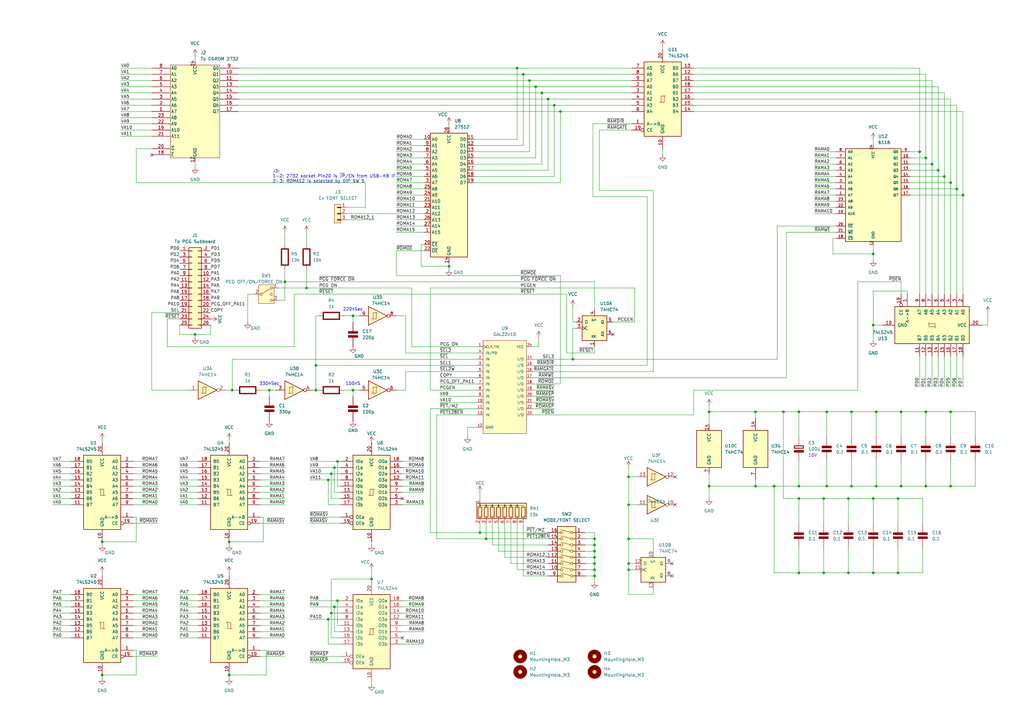
<source format=kicad_sch>
(kicad_sch (version 20231120) (generator "eeschema") (generator_version "8.0")
  (paper "A3")
  (title_block (title "PCG Mainboard for PET / MZ") (date "2024-08-06") (rev "1.0") (company "Mercury-Nihombashi"))
  (junction (at 212.09 27.94))
  (junction (at 224.79 40.64))
  (junction (at 309.88 168.91))
  (junction (at 349.25 168.91))
  (junction (at 358.14 104.14))
  (junction (at 138.43 189.23))
  (junction (at 110.49 160.02))
  (junction (at 347.98 234.95))
  (junction (at 135.89 251.46))
  (junction (at 80.01 137.16))
  (junction (at 138.43 246.38))
  (junction (at 384.81 69.85))
  (junction (at 219.71 35.56))
  (junction (at 387.35 72.39))
  (junction (at 243.84 236.22))
  (junction (at 93.98 276.86))
  (junction (at 379.73 199.39))
  (junction (at 389.89 199.39))
  (junction (at 125.73 118.11))
  (junction (at 327.66 204.47))
  (junction (at 257.81 233.68))
  (junction (at 377.19 62.23))
  (junction (at 257.81 231.14))
  (junction (at 290.83 199.39))
  (junction (at 184.15 109.22))
  (junction (at 321.31 168.91))
  (junction (at 243.84 220.98))
  (junction (at 379.73 64.77))
  (junction (at 290.83 168.91))
  (junction (at 41.91 222.25))
  (junction (at 229.87 45.72))
  (junction (at 337.82 204.47))
  (junction (at 369.57 168.91))
  (junction (at 135.89 194.31))
  (junction (at 368.3 204.47))
  (junction (at 243.84 233.68))
  (junction (at 339.09 199.39))
  (junction (at 368.3 234.95))
  (junction (at 358.14 133.35))
  (junction (at 392.43 77.47))
  (junction (at 222.25 38.1))
  (junction (at 349.25 199.39))
  (junction (at 227.33 43.18))
  (junction (at 116.84 115.57))
  (junction (at 317.5 199.39))
  (junction (at 347.98 204.47))
  (junction (at 359.41 168.91))
  (junction (at 389.89 168.91))
  (junction (at 379.73 168.91))
  (junction (at 327.66 168.91))
  (junction (at 358.14 234.95))
  (junction (at 389.89 74.93))
  (junction (at 309.88 199.39))
  (junction (at 129.54 160.02))
  (junction (at 369.57 199.39))
  (junction (at 234.95 147.32))
  (junction (at 196.85 218.44))
  (junction (at 199.39 220.98))
  (junction (at 257.81 220.98))
  (junction (at 382.27 67.31))
  (junction (at 243.84 226.06))
  (junction (at 214.63 30.48))
  (junction (at 93.98 222.25))
  (junction (at 95.25 160.02))
  (junction (at 129.54 149.86))
  (junction (at 152.4 237.49))
  (junction (at 137.16 248.92))
  (junction (at 358.14 204.47))
  (junction (at 243.84 223.52))
  (junction (at 134.62 196.85))
  (junction (at 243.84 228.6))
  (junction (at 137.16 191.77))
  (junction (at 359.41 199.39))
  (junction (at 394.97 80.01))
  (junction (at 327.66 199.39))
  (junction (at 339.09 168.91))
  (junction (at 243.84 231.14))
  (junction (at 337.82 234.95))
  (junction (at 217.17 33.02))
  (junction (at 327.66 234.95))
  (junction (at 134.62 254))
  (junction (at 144.78 129.54))
  (junction (at 144.78 160.02))
  (junction (at 257.81 207.01))
  (junction (at 257.81 195.58))
  (junction (at 41.91 276.86))
  (no_connect (at 165.1 261.62))
  (no_connect (at 276.86 195.58))
  (no_connect (at 165.1 204.47))
  (no_connect (at 275.59 231.14))
  (no_connect (at 62.23 63.5))
  (no_connect (at 275.59 236.22))
  (no_connect (at 276.86 207.01))
  (no_connect (at 251.46 137.16))
  (wire (pts (xy 334.01 69.85) (xy 342.9 69.85)))
  (wire (pts (xy 334.01 72.39) (xy 342.9 72.39)))
  (wire (pts (xy 194.31 64.77) (xy 219.71 64.77)))
  (wire (pts (xy 284.48 170.18) (xy 284.48 160.02)))
  (wire (pts (xy 54.61 261.62) (xy 64.77 261.62)))
  (wire (pts (xy 251.46 132.08) (xy 260.35 132.08)))
  (wire (pts (xy 134.62 254) (xy 134.62 264.16)))
  (wire (pts (xy 135.89 194.31) (xy 135.89 204.47)))
  (wire (pts (xy 54.61 199.39) (xy 64.77 199.39)))
  (wire (pts (xy 234.95 134.62) (xy 236.22 134.62)))
  (wire (pts (xy 284.48 45.72) (xy 394.97 45.72)))
  (wire (pts (xy 139.7 261.62) (xy 135.89 261.62)))
  (wire (pts (xy 369.57 115.57) (xy 351.79 115.57)))
  (wire (pts (xy 49.53 38.1) (xy 62.23 38.1)))
  (wire (pts (xy 21.59 259.08) (xy 29.21 259.08)))
  (wire (pts (xy 127 214.63) (xy 139.7 214.63)))
  (wire (pts (xy 384.81 146.05) (xy 384.81 158.75)))
  (wire (pts (xy 342.9 97.79) (xy 341.63 97.79)))
  (wire (pts (xy 137.16 248.92) (xy 137.16 259.08)))
  (wire (pts (xy 267.97 78.105) (xy 267.97 152.4)))
  (wire (pts (xy 162.56 72.39) (xy 173.99 72.39)))
  (wire (pts (xy 199.39 220.98) (xy 224.79 220.98)))
  (wire (pts (xy 80.01 138.43) (xy 80.01 137.16)))
  (wire (pts (xy 267.97 220.98) (xy 257.81 220.98)))
  (wire (pts (xy 318.77 92.71) (xy 318.77 147.32)))
  (wire (pts (xy 180.34 162.56) (xy 195.58 162.56)))
  (wire (pts (xy 359.41 179.07) (xy 359.41 168.91)))
  (wire (pts (xy 243.84 228.6) (xy 243.84 226.06)))
  (wire (pts (xy 68.58 142.24) (xy 120.65 142.24)))
  (wire (pts (xy 55.88 276.86) (xy 41.91 276.86)))
  (wire (pts (xy 73.66 199.39) (xy 81.28 199.39)))
  (wire (pts (xy 54.61 201.93) (xy 64.77 201.93)))
  (wire (pts (xy 73.66 191.77) (xy 81.28 191.77)))
  (wire (pts (xy 21.59 189.23) (xy 29.21 189.23)))
  (wire (pts (xy 165.1 259.08) (xy 173.99 259.08)))
  (wire (pts (xy 229.87 74.93) (xy 229.87 45.72)))
  (wire (pts (xy 218.44 142.24) (xy 220.98 142.24)))
  (wire (pts (xy 260.35 231.14) (xy 257.81 231.14)))
  (wire (pts (xy 101.6 132.08) (xy 101.6 120.65)))
  (wire (pts (xy 261.62 207.01) (xy 257.81 207.01)))
  (wire (pts (xy 212.09 57.15) (xy 212.09 27.94)))
  (wire (pts (xy 97.79 40.64) (xy 224.79 40.64)))
  (wire (pts (xy 257.81 231.14) (xy 257.81 233.68)))
  (wire (pts (xy 106.68 256.54) (xy 116.84 256.54)))
  (wire (pts (xy 137.16 248.92) (xy 139.7 248.92)))
  (wire (pts (xy 392.43 77.47) (xy 392.43 120.65)))
  (wire (pts (xy 129.54 149.86) (xy 129.54 160.02)))
  (wire (pts (xy 267.97 226.06) (xy 267.97 220.98)))
  (wire (pts (xy 382.27 33.02) (xy 382.27 67.31)))
  (wire (pts (xy 372.11 119.38) (xy 358.14 119.38)))
  (wire (pts (xy 73.66 137.16) (xy 73.66 133.35)))
  (wire (pts (xy 337.82 234.95) (xy 347.98 234.95)))
  (wire (pts (xy 284.48 38.1) (xy 387.35 38.1)))
  (wire (pts (xy 339.09 179.07) (xy 339.09 168.91)))
  (wire (pts (xy 290.83 166.37) (xy 290.83 168.91)))
  (wire (pts (xy 54.61 214.63) (xy 64.77 214.63)))
  (wire (pts (xy 54.61 194.31) (xy 64.77 194.31)))
  (wire (pts (xy 195.58 142.24) (xy 168.91 142.24)))
  (wire (pts (xy 218.44 165.1) (xy 227.33 165.1)))
  (wire (pts (xy 218.44 154.94) (xy 322.58 154.94)))
  (wire (pts (xy 106.68 243.84) (xy 116.84 243.84)))
  (wire (pts (xy 144.78 160.02) (xy 144.78 162.56)))
  (wire (pts (xy 382.27 67.31) (xy 382.27 120.65)))
  (wire (pts (xy 368.3 224.79) (xy 368.3 234.95)))
  (wire (pts (xy 245.745 53.34) (xy 259.08 53.34)))
  (wire (pts (xy 339.09 168.91) (xy 349.25 168.91)))
  (wire (pts (xy 73.66 259.08) (xy 81.28 259.08)))
  (wire (pts (xy 359.41 199.39) (xy 369.57 199.39)))
  (wire (pts (xy 144.78 129.54) (xy 147.32 129.54)))
  (wire (pts (xy 387.35 146.05) (xy 387.35 158.75)))
  (wire (pts (xy 54.61 207.01) (xy 64.77 207.01)))
  (wire (pts (xy 80.01 137.16) (xy 86.36 137.16)))
  (wire (pts (xy 392.43 77.47) (xy 392.43 43.18)))
  (wire (pts (xy 49.53 48.26) (xy 62.23 48.26)))
  (wire (pts (xy 191.77 179.07) (xy 191.77 175.26)))
  (wire (pts (xy 127 254) (xy 134.62 254)))
  (wire (pts (xy 21.59 246.38) (xy 29.21 246.38)))
  (wire (pts (xy 86.36 133.35) (xy 86.36 137.16)))
  (wire (pts (xy 347.98 234.95) (xy 358.14 234.95)))
  (wire (pts (xy 384.81 69.85) (xy 384.81 35.56)))
  (wire (pts (xy 73.66 201.93) (xy 81.28 201.93)))
  (wire (pts (xy 224.79 69.85) (xy 224.79 40.64)))
  (wire (pts (xy 349.25 199.39) (xy 359.41 199.39)))
  (wire (pts (xy 107.95 212.09) (xy 107.95 222.25)))
  (wire (pts (xy 214.63 214.63) (xy 214.63 236.22)))
  (wire (pts (xy 106.68 259.08) (xy 116.84 259.08)))
  (wire (pts (xy 260.35 118.11) (xy 260.35 132.08)))
  (wire (pts (xy 369.57 199.39) (xy 379.73 199.39)))
  (wire (pts (xy 49.53 50.8) (xy 62.23 50.8)))
  (wire (pts (xy 54.61 254) (xy 64.77 254)))
  (wire (pts (xy 214.63 30.48) (xy 259.08 30.48)))
  (wire (pts (xy 179.07 170.18) (xy 179.07 220.98)))
  (wire (pts (xy 384.81 69.85) (xy 384.81 120.65)))
  (wire (pts (xy 368.3 204.47) (xy 378.46 204.47)))
  (wire (pts (xy 49.53 53.34) (xy 62.23 53.34)))
  (wire (pts (xy 55.88 266.7) (xy 54.61 266.7)))
  (wire (pts (xy 73.66 204.47) (xy 81.28 204.47)))
  (wire (pts (xy 218.44 157.48) (xy 229.87 157.48)))
  (wire (pts (xy 21.59 199.39) (xy 29.21 199.39)))
  (wire (pts (xy 55.88 266.7) (xy 55.88 276.86)))
  (wire (pts (xy 106.68 212.09) (xy 107.95 212.09)))
  (wire (pts (xy 377.19 62.23) (xy 373.38 62.23)))
  (wire (pts (xy 21.59 201.93) (xy 29.21 201.93)))
  (wire (pts (xy 106.68 204.47) (xy 116.84 204.47)))
  (wire (pts (xy 166.37 144.78) (xy 195.58 144.78)))
  (wire (pts (xy 358.14 119.38) (xy 358.14 133.35)))
  (wire (pts (xy 317.5 234.95) (xy 327.66 234.95)))
  (wire (pts (xy 165.1 189.23) (xy 173.99 189.23)))
  (wire (pts (xy 229.87 113.03) (xy 162.56 113.03)))
  (wire (pts (xy 49.53 43.18) (xy 62.23 43.18)))
  (wire (pts (xy 54.61 243.84) (xy 64.77 243.84)))
  (wire (pts (xy 125.73 110.49) (xy 125.73 118.11)))
  (wire (pts (xy 134.62 254) (xy 139.7 254)))
  (wire (pts (xy 120.65 120.65) (xy 232.41 120.65)))
  (wire (pts (xy 389.89 199.39) (xy 400.05 199.39)))
  (wire (pts (xy 54.61 212.09) (xy 55.88 212.09)))
  (wire (pts (xy 54.61 256.54) (xy 64.77 256.54)))
  (wire (pts (xy 97.79 27.94) (xy 212.09 27.94)))
  (wire (pts (xy 309.88 199.39) (xy 290.83 199.39)))
  (wire (pts (xy 144.78 129.54) (xy 144.78 132.08)))
  (wire (pts (xy 49.53 30.48) (xy 62.23 30.48)))
  (wire (pts (xy 165.1 201.93) (xy 173.99 201.93)))
  (wire (pts (xy 129.54 160.02) (xy 128.27 160.02)))
  (wire (pts (xy 191.77 175.26) (xy 195.58 175.26)))
  (wire (pts (xy 127 191.77) (xy 137.16 191.77)))
  (wire (pts (xy 54.61 189.23) (xy 64.77 189.23)))
  (wire (pts (xy 127 189.23) (xy 138.43 189.23)))
  (wire (pts (xy 212.09 27.94) (xy 259.08 27.94)))
  (wire (pts (xy 369.57 189.23) (xy 369.57 199.39)))
  (wire (pts (xy 327.66 168.91) (xy 339.09 168.91)))
  (wire (pts (xy 327.66 199.39) (xy 339.09 199.39)))
  (wire (pts (xy 322.58 95.25) (xy 342.9 95.25)))
  (wire (pts (xy 73.66 137.16) (xy 80.01 137.16)))
  (wire (pts (xy 140.97 129.54) (xy 144.78 129.54)))
  (wire (pts (xy 116.84 115.57) (xy 243.84 115.57)))
  (wire (pts (xy 54.61 269.24) (xy 64.77 269.24)))
  (wire (pts (xy 309.88 171.45) (xy 309.88 168.91)))
  (wire (pts (xy 176.53 218.44) (xy 196.85 218.44)))
  (wire (pts (xy 62.23 60.96) (xy 55.88 60.96)))
  (wire (pts (xy 165.1 191.77) (xy 173.99 191.77)))
  (wire (pts (xy 232.41 144.78) (xy 243.84 144.78)))
  (wire (pts (xy 147.32 160.02) (xy 144.78 160.02)))
  (wire (pts (xy 240.03 233.68) (xy 243.84 233.68)))
  (wire (pts (xy 257.81 233.68) (xy 257.81 243.84)))
  (wire (pts (xy 135.89 237.49) (xy 152.4 237.49)))
  (wire (pts (xy 212.09 233.68) (xy 224.79 233.68)))
  (wire (pts (xy 219.71 35.56) (xy 259.08 35.56)))
  (wire (pts (xy 389.89 179.07) (xy 389.89 168.91)))
  (wire (pts (xy 165.1 248.92) (xy 173.99 248.92)))
  (wire (pts (xy 377.19 146.05) (xy 377.19 158.75)))
  (wire (pts (xy 327.66 204.47) (xy 321.31 204.47)))
  (wire (pts (xy 327.66 224.79) (xy 327.66 234.95)))
  (wire (pts (xy 109.22 276.86) (xy 93.98 276.86)))
  (wire (pts (xy 113.03 160.02) (xy 110.49 160.02)))
  (wire (pts (xy 93.98 180.34) (xy 93.98 181.61)))
  (wire (pts (xy 194.31 67.31) (xy 222.25 67.31)))
  (wire (pts (xy 73.66 256.54) (xy 81.28 256.54)))
  (wire (pts (xy 392.43 146.05) (xy 392.43 158.75)))
  (wire (pts (xy 243.205 80.645) (xy 243.205 50.8)))
  (wire (pts (xy 135.89 251.46) (xy 139.7 251.46)))
  (wire (pts (xy 106.68 196.85) (xy 116.84 196.85)))
  (wire (pts (xy 209.55 214.63) (xy 209.55 231.14)))
  (wire (pts (xy 243.84 236.22) (xy 243.84 233.68)))
  (wire (pts (xy 165.1 264.16) (xy 173.99 264.16)))
  (wire (pts (xy 204.47 214.63) (xy 204.47 226.06)))
  (wire (pts (xy 321.31 168.91) (xy 327.66 168.91)))
  (wire (pts (xy 41.91 180.34) (xy 41.91 181.61)))
  (wire (pts (xy 389.89 146.05) (xy 389.89 158.75)))
  (wire (pts (xy 368.3 214.63) (xy 368.3 204.47)))
  (wire (pts (xy 55.88 60.96) (xy 55.88 74.93)))
  (wire (pts (xy 97.79 35.56) (xy 219.71 35.56)))
  (wire (pts (xy 162.56 64.77) (xy 173.99 64.77)))
  (wire (pts (xy 290.83 204.47) (xy 290.83 199.39)))
  (wire (pts (xy 137.16 191.77) (xy 139.7 191.77)))
  (wire (pts (xy 195.58 167.64) (xy 176.53 167.64)))
  (wire (pts (xy 49.53 33.02) (xy 62.23 33.02)))
  (wire (pts (xy 149.86 74.93) (xy 149.86 85.09)))
  (wire (pts (xy 265.43 80.645) (xy 243.205 80.645)))
  (wire (pts (xy 135.89 251.46) (xy 135.89 261.62)))
  (wire (pts (xy 243.84 238.76) (xy 243.84 236.22)))
  (wire (pts (xy 73.66 207.01) (xy 81.28 207.01)))
  (wire (pts (xy 166.37 129.54) (xy 166.37 144.78)))
  (wire (pts (xy 229.87 157.48) (xy 229.87 113.03)))
  (wire (pts (xy 106.68 214.63) (xy 116.84 214.63)))
  (wire (pts (xy 162.56 85.09) (xy 173.99 85.09)))
  (wire (pts (xy 373.38 77.47) (xy 392.43 77.47)))
  (wire (pts (xy 106.68 199.39) (xy 116.84 199.39)))
  (wire (pts (xy 379.73 179.07) (xy 379.73 168.91)))
  (wire (pts (xy 389.89 189.23) (xy 389.89 199.39)))
  (wire (pts (xy 49.53 55.88) (xy 62.23 55.88)))
  (wire (pts (xy 209.55 231.14) (xy 224.79 231.14)))
  (wire (pts (xy 358.14 139.7) (xy 358.14 133.35)))
  (wire (pts (xy 394.97 80.01) (xy 394.97 120.65)))
  (wire (pts (xy 93.98 223.52) (xy 93.98 222.25)))
  (wire (pts (xy 95.25 147.32) (xy 195.58 147.32)))
  (wire (pts (xy 392.43 43.18) (xy 284.48 43.18)))
  (wire (pts (xy 334.01 64.77) (xy 342.9 64.77)))
  (wire (pts (xy 358.14 234.95) (xy 368.3 234.95)))
  (wire (pts (xy 107.95 222.25) (xy 93.98 222.25)))
  (wire (pts (xy 73.66 261.62) (xy 81.28 261.62)))
  (wire (pts (xy 168.91 118.11) (xy 125.73 118.11)))
  (wire (pts (xy 138.43 189.23) (xy 139.7 189.23)))
  (wire (pts (xy 73.66 189.23) (xy 81.28 189.23)))
  (wire (pts (xy 351.79 115.57) (xy 351.79 160.02)))
  (wire (pts (xy 400.05 179.07) (xy 400.05 168.91)))
  (wire (pts (xy 359.41 168.91) (xy 369.57 168.91)))
  (wire (pts (xy 334.01 85.09) (xy 342.9 85.09)))
  (wire (pts (xy 257.81 191.77) (xy 257.81 195.58)))
  (wire (pts (xy 135.89 251.46) (xy 135.89 237.49)))
  (wire (pts (xy 106.68 189.23) (xy 116.84 189.23)))
  (wire (pts (xy 97.79 43.18) (xy 227.33 43.18)))
  (wire (pts (xy 96.52 160.02) (xy 95.25 160.02)))
  (wire (pts (xy 130.81 160.02) (xy 129.54 160.02)))
  (wire (pts (xy 243.84 226.06) (xy 243.84 223.52)))
  (wire (pts (xy 218.44 167.64) (xy 227.33 167.64)))
  (wire (pts (xy 21.59 243.84) (xy 29.21 243.84)))
  (wire (pts (xy 224.79 40.64) (xy 259.08 40.64)))
  (wire (pts (xy 106.68 191.77) (xy 116.84 191.77)))
  (wire (pts (xy 139.7 204.47) (xy 135.89 204.47)))
  (wire (pts (xy 394.97 146.05) (xy 394.97 158.75)))
  (wire (pts (xy 114.3 118.11) (xy 125.73 118.11)))
  (wire (pts (xy 152.4 237.49) (xy 152.4 238.76)))
  (wire (pts (xy 327.66 189.23) (xy 327.66 199.39)))
  (wire (pts (xy 49.53 35.56) (xy 62.23 35.56)))
  (wire (pts (xy 358.14 57.15) (xy 358.14 59.69)))
  (wire (pts (xy 290.83 168.91) (xy 290.83 173.99)))
  (wire (pts (xy 243.84 231.14) (xy 243.84 228.6)))
  (wire (pts (xy 110.49 160.02) (xy 110.49 162.56)))
  (wire (pts (xy 358.14 104.14) (xy 358.14 100.33)))
  (wire (pts (xy 21.59 251.46) (xy 29.21 251.46)))
  (wire (pts (xy 54.61 248.92) (xy 64.77 248.92)))
  (wire (pts (xy 162.56 69.85) (xy 173.99 69.85)))
  (wire (pts (xy 327.66 168.91) (xy 327.66 179.07)))
  (wire (pts (xy 168.91 142.24) (xy 168.91 118.11)))
  (wire (pts (xy 327.66 214.63) (xy 327.66 204.47)))
  (wire (pts (xy 317.5 199.39) (xy 317.5 234.95)))
  (wire (pts (xy 347.98 224.79) (xy 347.98 234.95)))
  (wire (pts (xy 334.01 62.23) (xy 342.9 62.23)))
  (wire (pts (xy 389.89 74.93) (xy 373.38 74.93)))
  (wire (pts (xy 369.57 115.57) (xy 369.57 120.65)))
  (wire (pts (xy 176.53 167.64) (xy 176.53 218.44)))
  (wire (pts (xy 162.56 129.54) (xy 166.37 129.54)))
  (wire (pts (xy 184.15 109.22) (xy 184.15 107.95)))
  (wire (pts (xy 21.59 191.77) (xy 29.21 191.77)))
  (wire (pts (xy 377.19 27.94) (xy 377.19 62.23)))
  (wire (pts (xy 373.38 69.85) (xy 384.81 69.85)))
  (wire (pts (xy 267.97 241.3) (xy 267.97 243.84)))
  (wire (pts (xy 284.48 30.48) (xy 379.73 30.48)))
  (wire (pts (xy 194.31 57.15) (xy 212.09 57.15)))
  (wire (pts (xy 162.56 59.69) (xy 173.99 59.69)))
  (wire (pts (xy 134.62 196.85) (xy 134.62 207.01)))
  (wire (pts (xy 68.58 142.24) (xy 68.58 130.81)))
  (wire (pts (xy 207.01 214.63) (xy 207.01 228.6)))
  (wire (pts (xy 149.86 85.09) (xy 142.24 85.09)))
  (wire (pts (xy 184.15 110.49) (xy 184.15 109.22)))
  (wire (pts (xy 162.56 74.93) (xy 173.99 74.93)))
  (wire (pts (xy 369.57 179.07) (xy 369.57 168.91)))
  (wire (pts (xy 379.73 30.48) (xy 379.73 64.77)))
  (wire (pts (xy 349.25 189.23) (xy 349.25 199.39)))
  (wire (pts (xy 382.27 67.31) (xy 373.38 67.31)))
  (wire (pts (xy 334.01 77.47) (xy 342.9 77.47)))
  (wire (pts (xy 387.35 38.1) (xy 387.35 72.39)))
  (wire (pts (xy 162.56 92.71) (xy 173.99 92.71)))
  (wire (pts (xy 341.63 104.14) (xy 358.14 104.14)))
  (wire (pts (xy 218.44 160.02) (xy 227.33 160.02)))
  (wire (pts (xy 129.54 129.54) (xy 129.54 149.86)))
  (wire (pts (xy 195.58 152.4) (xy 166.37 152.4)))
  (wire (pts (xy 152.4 233.68) (xy 152.4 237.49)))
  (wire (pts (xy 240.03 236.22) (xy 243.84 236.22)))
  (wire (pts (xy 400.05 189.23) (xy 400.05 199.39)))
  (wire (pts (xy 101.6 120.65) (xy 104.14 120.65)))
  (wire (pts (xy 243.205 50.8) (xy 259.08 50.8)))
  (wire (pts (xy 214.63 59.69) (xy 214.63 30.48)))
  (wire (pts (xy 234.95 132.08) (xy 234.95 125.73)))
  (wire (pts (xy 134.62 264.16) (xy 139.7 264.16)))
  (wire (pts (xy 152.4 280.67) (xy 152.4 279.4)))
  (wire (pts (xy 41.91 223.52) (xy 41.91 222.25)))
  (wire (pts (xy 162.56 67.31) (xy 173.99 67.31)))
  (wire (pts (xy 194.31 62.23) (xy 217.17 62.23)))
  (wire (pts (xy 54.61 191.77) (xy 64.77 191.77)))
  (wire (pts (xy 54.61 204.47) (xy 64.77 204.47)))
  (wire (pts (xy 73.66 248.92) (xy 81.28 248.92)))
  (wire (pts (xy 265.43 149.86) (xy 265.43 80.645)))
  (wire (pts (xy 234.95 147.32) (xy 234.95 134.62)))
  (wire (pts (xy 127 269.24) (xy 139.7 269.24)))
  (wire (pts (xy 68.58 130.81) (xy 73.66 130.81)))
  (wire (pts (xy 194.31 69.85) (xy 224.79 69.85)))
  (wire (pts (xy 379.73 189.23) (xy 379.73 199.39)))
  (wire (pts (xy 80.01 22.86) (xy 80.01 25.4)))
  (wire (pts (xy 165.1 207.01) (xy 173.99 207.01)))
  (wire (pts (xy 201.93 223.52) (xy 224.79 223.52)))
  (wire (pts (xy 327.66 204.47) (xy 337.82 204.47)))
  (wire (pts (xy 162.56 90.17) (xy 173.99 90.17)))
  (wire (pts (xy 290.83 199.39) (xy 290.83 194.31)))
  (wire (pts (xy 334.01 80.01) (xy 342.9 80.01)))
  (wire (pts (xy 321.31 204.47) (xy 321.31 168.91)))
  (wire (pts (xy 130.81 129.54) (xy 129.54 129.54)))
  (wire (pts (xy 379.73 64.77) (xy 373.38 64.77)))
  (wire (pts (xy 257.81 195.58) (xy 261.62 195.58)))
  (wire (pts (xy 334.01 67.31) (xy 342.9 67.31)))
  (wire (pts (xy 95.25 160.02) (xy 92.71 160.02)))
  (wire (pts (xy 257.81 220.98) (xy 257.81 231.14)))
  (wire (pts (xy 217.17 33.02) (xy 259.08 33.02)))
  (wire (pts (xy 240.03 228.6) (xy 243.84 228.6)))
  (wire (pts (xy 212.09 214.63) (xy 212.09 233.68)))
  (wire (pts (xy 179.07 170.18) (xy 195.58 170.18)))
  (wire (pts (xy 180.34 157.48) (xy 195.58 157.48)))
  (wire (pts (xy 347.98 204.47) (xy 358.14 204.47)))
  (wire (pts (xy 334.01 74.93) (xy 342.9 74.93)))
  (wire (pts (xy 219.71 64.77) (xy 219.71 35.56)))
  (wire (pts (xy 106.68 269.24) (xy 116.84 269.24)))
  (wire (pts (xy 80.01 68.58) (xy 80.01 66.04)))
  (wire (pts (xy 162.56 113.03) (xy 162.56 102.87)))
  (wire (pts (xy 93.98 278.13) (xy 93.98 276.86)))
  (wire (pts (xy 243.84 233.68) (xy 243.84 231.14)))
  (wire (pts (xy 337.82 214.63) (xy 337.82 204.47)))
  (wire (pts (xy 368.3 234.95) (xy 378.46 234.95)))
  (wire (pts (xy 139.7 201.93) (xy 137.16 201.93)))
  (wire (pts (xy 245.745 78.105) (xy 267.97 78.105)))
  (wire (pts (xy 139.7 259.08) (xy 137.16 259.08)))
  (wire (pts (xy 232.41 120.65) (xy 232.41 144.78)))
  (wire (pts (xy 267.97 243.84) (xy 257.81 243.84)))
  (wire (pts (xy 165.1 246.38) (xy 173.99 246.38)))
  (wire (pts (xy 257.81 207.01) (xy 257.81 220.98)))
  (wire (pts (xy 377.19 62.23) (xy 377.19 120.65)))
  (wire (pts (xy 137.16 201.93) (xy 137.16 191.77)))
  (wire (pts (xy 243.84 218.44) (xy 240.03 218.44)))
  (wire (pts (xy 218.44 170.18) (xy 284.48 170.18)))
  (wire (pts (xy 379.73 168.91) (xy 389.89 168.91)))
  (wire (pts (xy 172.72 109.22) (xy 184.15 109.22)))
  (wire (pts (xy 271.78 20.32) (xy 271.78 19.05)))
  (wire (pts (xy 358.14 106.68) (xy 358.14 104.14)))
  (wire (pts (xy 162.56 95.25) (xy 173.99 95.25)))
  (wire (pts (xy 162.56 82.55) (xy 173.99 82.55)))
  (wire (pts (xy 95.25 147.32) (xy 95.25 160.02)))
  (wire (pts (xy 21.59 254) (xy 29.21 254)))
  (wire (pts (xy 73.66 196.85) (xy 81.28 196.85)))
  (wire (pts (xy 55.88 222.25) (xy 41.91 222.25)))
  (wire (pts (xy 21.59 256.54) (xy 29.21 256.54)))
  (wire (pts (xy 135.89 194.31) (xy 139.7 194.31)))
  (wire (pts (xy 369.57 168.91) (xy 379.73 168.91)))
  (wire (pts (xy 116.84 110.49) (xy 116.84 115.57)))
  (wire (pts (xy 134.62 196.85) (xy 139.7 196.85)))
  (wire (pts (xy 21.59 194.31) (xy 29.21 194.31)))
  (wire (pts (xy 97.79 33.02) (xy 217.17 33.02)))
  (wire (pts (xy 176.53 118.11) (xy 176.53 160.02)))
  (wire (pts (xy 284.48 33.02) (xy 382.27 33.02)))
  (wire (pts (xy 162.56 80.01) (xy 173.99 80.01)))
  (wire (pts (xy 317.5 199.39) (xy 309.88 199.39)))
  (wire (pts (xy 194.31 72.39) (xy 227.33 72.39)))
  (wire (pts (xy 195.58 160.02) (xy 176.53 160.02)))
  (wire (pts (xy 394.97 45.72) (xy 394.97 80.01)))
  (wire (pts (xy 379.73 199.39) (xy 389.89 199.39)))
  (wire (pts (xy 176.53 118.11) (xy 260.35 118.11)))
  (wire (pts (xy 378.46 224.79) (xy 378.46 234.95)))
  (wire (pts (xy 139.7 207.01) (xy 134.62 207.01)))
  (wire (pts (xy 318.77 92.71) (xy 342.9 92.71)))
  (wire (pts (xy 165.1 196.85) (xy 173.99 196.85)))
  (wire (pts (xy 62.23 160.02) (xy 62.23 128.27)))
  (wire (pts (xy 387.35 72.39) (xy 373.38 72.39)))
  (wire (pts (xy 389.89 40.64) (xy 389.89 74.93)))
  (wire (pts (xy 21.59 261.62) (xy 29.21 261.62)))
  (wire (pts (xy 243.84 115.57) (xy 243.84 127)))
  (wire (pts (xy 21.59 196.85) (xy 29.21 196.85)))
  (wire (pts (xy 165.1 199.39) (xy 173.99 199.39)))
  (wire (pts (xy 214.63 236.22) (xy 224.79 236.22)))
  (wire (pts (xy 116.84 95.25) (xy 116.84 100.33)))
  (wire (pts (xy 309.88 168.91) (xy 321.31 168.91)))
  (wire (pts (xy 138.43 189.23) (xy 138.43 199.39)))
  (wire (pts (xy 309.88 168.91) (xy 290.83 168.91)))
  (wire (pts (xy 204.47 226.06) (xy 224.79 226.06)))
  (wire (pts (xy 73.66 243.84) (xy 81.28 243.84)))
  (wire (pts (xy 180.34 165.1) (xy 195.58 165.1)))
  (wire (pts (xy 284.48 40.64) (xy 389.89 40.64)))
  (wire (pts (xy 387.35 72.39) (xy 387.35 120.65)))
  (wire (pts (xy 339.09 199.39) (xy 349.25 199.39)))
  (wire (pts (xy 49.53 45.72) (xy 62.23 45.72)))
  (wire (pts (xy 41.91 278.13) (xy 41.91 276.86)))
  (wire (pts (xy 196.85 214.63) (xy 196.85 218.44)))
  (wire (pts (xy 54.61 251.46) (xy 64.77 251.46)))
  (wire (pts (xy 220.98 142.24) (xy 220.98 138.43)))
  (wire (pts (xy 54.61 196.85) (xy 64.77 196.85)))
  (wire (pts (xy 21.59 248.92) (xy 29.21 248.92)))
  (wire (pts (xy 240.03 226.06) (xy 243.84 226.06)))
  (wire (pts (xy 97.79 30.48) (xy 214.63 30.48)))
  (wire (pts (xy 125.73 95.25) (xy 125.73 100.33)))
  (wire (pts (xy 73.66 251.46) (xy 81.28 251.46)))
  (wire (pts (xy 21.59 207.01) (xy 29.21 207.01)))
  (wire (pts (xy 93.98 234.95) (xy 93.98 236.22)))
  (wire (pts (xy 97.79 45.72) (xy 229.87 45.72)))
  (wire (pts (xy 166.37 160.02) (xy 162.56 160.02)))
  (wire (pts (xy 229.87 45.72) (xy 259.08 45.72)))
  (wire (pts (xy 106.68 251.46) (xy 116.84 251.46)))
  (wire (pts (xy 106.68 201.93) (xy 116.84 201.93)))
  (wire (pts (xy 245.745 53.34) (xy 245.745 78.105)))
  (wire (pts (xy 116.84 115.57) (xy 116.84 123.19)))
  (wire (pts (xy 165.1 194.31) (xy 173.99 194.31)))
  (wire (pts (xy 201.93 214.63) (xy 201.93 223.52)))
  (wire (pts (xy 240.03 223.52) (xy 243.84 223.52)))
  (wire (pts (xy 172.72 109.22) (xy 172.72 100.33)))
  (wire (pts (xy 109.22 266.7) (xy 109.22 276.86)))
  (wire (pts (xy 138.43 246.38) (xy 138.43 256.54)))
  (wire (pts (xy 217.17 62.23) (xy 217.17 33.02)))
  (wire (pts (xy 236.22 132.08) (xy 234.95 132.08)))
  (wire (pts (xy 318.77 147.32) (xy 234.95 147.32)))
  (wire (pts (xy 127 248.92) (xy 137.16 248.92)))
  (wire (pts (xy 180.34 154.94) (xy 195.58 154.94)))
  (wire (pts (xy 260.35 233.68) (xy 257.81 233.68)))
  (wire (pts (xy 106.68 207.01) (xy 116.84 207.01)))
  (wire (pts (xy 127 194.31) (xy 135.89 194.31)))
  (wire (pts (xy 129.54 149.86) (xy 195.58 149.86)))
  (wire (pts (xy 142.24 87.63) (xy 173.99 87.63)))
  (wire (pts (xy 194.31 74.93) (xy 229.87 74.93)))
  (wire (pts (xy 49.53 27.94) (xy 62.23 27.94)))
  (wire (pts (xy 372.11 120.65) (xy 372.11 119.38)))
  (wire (pts (xy 405.13 128.27) (xy 405.13 133.35)))
  (wire (pts (xy 349.25 168.91) (xy 359.41 168.91)))
  (wire (pts (xy 349.25 179.07) (xy 349.25 168.91)))
  (wire (pts (xy 73.66 254) (xy 81.28 254)))
  (wire (pts (xy 165.1 254) (xy 173.99 254)))
  (wire (pts (xy 337.82 204.47) (xy 347.98 204.47)))
  (wire (pts (xy 243.84 142.24) (xy 243.84 144.78)))
  (wire (pts (xy 21.59 204.47) (xy 29.21 204.47)))
  (wire (pts (xy 334.01 87.63) (xy 342.9 87.63)))
  (wire (pts (xy 218.44 149.86) (xy 265.43 149.86)))
  (wire (pts (xy 73.66 246.38) (xy 81.28 246.38)))
  (wire (pts (xy 179.07 220.98) (xy 199.39 220.98)))
  (wire (pts (xy 54.61 246.38) (xy 64.77 246.38)))
  (wire (pts (xy 358.14 204.47) (xy 368.3 204.47)))
  (wire (pts (xy 165.1 251.46) (xy 173.99 251.46)))
  (wire (pts (xy 106.68 266.7) (xy 109.22 266.7)))
  (wire (pts (xy 114.3 123.19) (xy 116.84 123.19)))
  (wire (pts (xy 394.97 80.01) (xy 373.38 80.01)))
  (wire (pts (xy 284.48 160.02) (xy 351.79 160.02)))
  (wire (pts (xy 309.88 196.85) (xy 309.88 199.39)))
  (wire (pts (xy 127 271.78) (xy 139.7 271.78)))
  (wire (pts (xy 152.4 223.52) (xy 152.4 222.25)))
  (wire (pts (xy 243.84 223.52) (xy 243.84 220.98)))
  (wire (pts (xy 139.7 256.54) (xy 138.43 256.54)))
  (wire (pts (xy 334.01 82.55) (xy 342.9 82.55)))
  (wire (pts (xy 358.14 133.35) (xy 361.95 133.35)))
  (wire (pts (xy 240.03 231.14) (xy 243.84 231.14)))
  (wire (pts (xy 106.68 246.38) (xy 116.84 246.38)))
  (wire (pts (xy 41.91 234.95) (xy 41.91 236.22)))
  (wire (pts (xy 140.97 160.02) (xy 144.78 160.02)))
  (wire (pts (xy 55.88 212.09) (xy 55.88 222.25)))
  (wire (pts (xy 127 246.38) (xy 138.43 246.38)))
  (wire (pts (xy 162.56 57.15) (xy 173.99 57.15)))
  (wire (pts (xy 243.84 220.98) (xy 243.84 218.44)))
  (wire (pts (xy 379.73 64.77) (xy 379.73 120.65)))
  (wire (pts (xy 227.33 72.39) (xy 227.33 43.18)))
  (wire (pts (xy 405.13 133.35) (xy 402.59 133.35)))
  (wire (pts (xy 196.85 201.93) (xy 196.85 204.47)))
  (wire (pts (xy 207.01 228.6) (xy 224.79 228.6)))
  (wire (pts (xy 382.27 146.05) (xy 382.27 158.75)))
  (wire (pts (xy 127 196.85) (xy 134.62 196.85)))
  (wire (pts (xy 337.82 224.79) (xy 337.82 234.95)))
  (wire (pts (xy 162.56 77.47) (xy 173.99 77.47)))
  (wire (pts (xy 339.09 189.23) (xy 339.09 199.39)))
  (wire (pts (xy 54.61 259.08) (xy 64.77 259.08)))
  (wire (pts (xy 389.89 74.93) (xy 389.89 120.65)))
  (wire (pts (xy 184.15 50.8) (xy 184.15 52.07)))
  (wire (pts (xy 138.43 246.38) (xy 139.7 246.38)))
  (wire (pts (xy 358.14 214.63) (xy 358.14 204.47)))
  (wire (pts (xy 142.24 90.17) (xy 153.67 90.17)))
  (wire (pts (xy 55.88 74.93) (xy 149.86 74.93)))
  (wire (pts (xy 62.23 128.27) (xy 73.66 128.27)))
  (wire (pts (xy 389.89 168.91) (xy 400.05 168.91)))
  (wire (pts (xy 166.37 152.4) (xy 166.37 160.02)))
  (wire (pts (xy 106.68 248.92) (xy 116.84 248.92)))
  (wire (pts (xy 347.98 214.63) (xy 347.98 204.47)))
  (wire (pts (xy 106.68 194.31) (xy 116.84 194.31)))
  (wire (pts (xy 257.81 195.58) (xy 257.81 207.01)))
  (wire (pts (xy 139.7 199.39) (xy 138.43 199.39)))
  (wire (pts (xy 327.66 234.95) (xy 337.82 234.95)))
  (wire (pts (xy 97.79 38.1) (xy 222.25 38.1)))
  (wire (pts (xy 322.58 95.25) (xy 322.58 154.94)))
  (wire (pts (xy 218.44 147.32) (xy 234.95 147.32)))
  (wire (pts (xy 106.68 261.62) (xy 116.84 261.62)))
  (wire (pts (xy 106.68 160.02) (xy 110.49 160.02)))
  (wire (pts (xy 162.56 62.23) (xy 173.99 62.23)))
  (wire (pts (xy 120.65 120.65) (xy 120.65 142.24)))
  (wire (pts (xy 222.25 67.31) (xy 222.25 38.1)))
  (wire (pts (xy 196.85 218.44) (xy 224.79 218.44)))
  (wire (pts (xy 284.48 27.94) (xy 377.19 27.94)))
  (wire (pts (xy 359.41 189.23) (xy 359.41 199.39)))
  (wire (pts (xy 327.66 199.39) (xy 317.5 199.39)))
  (wire (pts (xy 162.56 102.87) (xy 173.99 102.87)))
  (wire (pts (xy 240.03 220.98) (xy 243.84 220.98)))
  (wire (pts (xy 218.44 152.4) (xy 267.97 152.4)))
  (wire (pts (xy 384.81 35.56) (xy 284.48 35.56)))
  (wire (pts (xy 379.73 146.05) (xy 379.73 158.75)))
  (wire (pts (xy 165.1 256.54) (xy 173.99 256.54)))
  (wire (pts (xy 378.46 214.63) (xy 378.46 204.47)))
  (wire (pts (xy 222.25 38.1) (xy 259.08 38.1)))
  (wire (pts (xy 341.63 97.79) (xy 341.63 104.14)))
  (wire (pts (xy 73.66 194.31) (xy 81.28 194.31)))
  (wire (pts (xy 227.33 43.18) (xy 259.08 43.18)))
  (wire (pts (xy 127 212.09) (xy 139.7 212.09)))
  (wire (pts (xy 358.14 224.79) (xy 358.14 234.95)))
  (wire (pts (xy 77.47 160.02) (xy 62.23 160.02)))
  (wire (pts (xy 49.53 40.64) (xy 62.23 40.64)))
  (wire (pts (xy 194.31 59.69) (xy 214.63 59.69)))
  (wire (pts (xy 106.68 254) (xy 116.84 254)))
  (wire (pts (xy 271.78 63.5) (xy 271.78 60.96)))
  (wire (pts (xy 172.72 100.33) (xy 173.99 100.33)))
  (wire (pts (xy 218.44 162.56) (xy 227.33 162.56)))
  (wire (pts (xy 199.39 214.63) (xy 199.39 220.98)))
  (text "100nS" (at 144.78 157.48 0) (effects (font (size 1.27 1.27))))
  (text "J3:\n1-2: 2732 socket Pin20 is ~{JP}/EN from USB-KB IF\n2-3: ROMA12 is selected by DIP SW 5" (at 111.76 72.39 0) (effects (font (size 1.27 1.27)) (justify left)))
  (text "220nSec" (at 144.78 127 0) (effects (font (size 1.27 1.27))))
  (text "330nSec" (at 110.49 157.48 0) (effects (font (size 1.27 1.27))))
  (label "ROMA6" (at 162.56 72.39 0))
  (label "RAMA3" (at 334.01 69.85 0))
  (label "PA0" (at 21.59 261.62 0))
  (label "ROMA8" (at 162.56 77.47 0))
  (label "VA5" (at 73.66 194.31 0))
  (label "VA1" (at 49.53 30.48 0))
  (label "ROMA3" (at 162.56 64.77 0))
  (label "PA3" (at 21.59 254 0))
  (label "PA2" (at 73.66 256.54 0))
  (label "PA0" (at 73.66 113.03 180))
  (label "SEL3" (at 227.33 147.32 180))
  (label "ROMA8" (at 173.99 246.38 180))
  (label "VA10" (at 180.34 165.1 0))
  (label "ROMA4" (at 64.77 196.85 180))
  (label "PCG_OFF_PA11" (at 86.36 125.73 0))
  (label "PA0" (at 73.66 261.62 0))
  (label "VA9" (at 127 191.77 0))
  (label "RAMA9" (at 334.01 85.09 0))
  (label "~{PET}{slash}MZ" (at 215.9 218.44 0))
  (label "ROMA12_1" (at 153.67 90.17 180))
  (label "ROMA1" (at 64.77 204.47 180))
  (label "~{PET}{slash}MZ" (at 180.34 167.64 0))
  (label "VA1" (at 73.66 204.47 0))
  (label "~{RAMGATE}" (at 227.33 152.4 180))
  (label "RAMA8" (at 173.99 199.39 180))
  (label "ROMA5" (at 64.77 194.31 180))
  (label "PA9" (at 127 248.92 0))
  (label "~{RAMASV}" (at 116.84 214.63 180))
  (label "VA1" (at 21.59 204.47 0))
  (label "ROMA1" (at 162.56 59.69 0))
  (label "ROMA15" (at 162.56 95.25 0))
  (label "PD2" (at 73.66 105.41 180))
  (label "PD6" (at 392.43 158.75 90))
  (label "PA5" (at 21.59 248.92 0))
  (label "~{ROMASP}" (at 227.33 167.64 180))
  (label "RAMA0" (at 116.84 261.62 180))
  (label "VA9" (at 49.53 50.8 0))
  (label "~{PDEN}" (at 364.49 115.57 0))
  (label "~{RAMDIR}" (at 227.33 149.86 180))
  (label "PA7" (at 21.59 243.84 0))
  (label "ROMA1" (at 64.77 259.08 180))
  (label "~{ROMOE}" (at 162.56 102.87 0))
  (label "RAMA7" (at 116.84 243.84 180))
  (label "ROMA13" (at 215.9 231.14 0))
  (label "RAMA6" (at 116.84 191.77 180))
  (label "~{ROMASV}" (at 227.33 165.1 180))
  (label "RAMA7" (at 116.84 189.23 180))
  (label "VA8" (at 127 189.23 0))
  (label "PA7" (at 86.36 120.65 0))
  (label "VA7" (at 49.53 45.72 0))
  (label "VA7" (at 21.59 189.23 0))
  (label "ROMA6" (at 64.77 246.38 180))
  (label "~{RESET}" (at 73.66 130.81 180))
  (label "PA9" (at 86.36 123.19 0))
  (label "ROMA0" (at 64.77 207.01 180))
  (label "RAMA2" (at 334.01 67.31 0))
  (label "~{SEL2}" (at 180.34 144.78 0))
  (label "PA4" (at 73.66 118.11 180))
  (label "RAMA0" (at 334.01 62.23 0))
  (label "~{RESET}" (at 213.36 120.65 0))
  (label "PA6" (at 73.66 246.38 0))
  (label "SEL" (at 73.66 128.27 180))
  (label "ROMA9" (at 173.99 191.77 180))
  (label "PA4" (at 21.59 251.46 0))
  (label "PD3" (at 384.81 158.75 90))
  (label "SEL1" (at 180.34 149.86 0))
  (label "RAMA3" (at 116.84 254 180))
  (label "PD5" (at 389.89 158.75 90))
  (label "ROMA10" (at 173.99 251.46 180))
  (label "ROMA11" (at 162.56 85.09 0))
  (label "COPY" (at 86.36 128.27 0))
  (label "PA1" (at 21.59 259.08 0))
  (label "ROMA15" (at 215.9 236.22 0))
  (label "ROMA13" (at 162.56 90.17 0))
  (label "~{ROMOE}" (at 227.33 157.48 180))
  (label "ROMA9" (at 173.99 248.92 180))
  (label "PCG ON" (at 180.34 142.24 0))
  (label "VA6" (at 49.53 43.18 0))
  (label "~{ROMASP}" (at 127 269.24 0))
  (label "ROMA11" (at 173.99 196.85 180))
  (label "RAMA9" (at 173.99 201.93 180))
  (label "~{ROMOE}" (at 213.36 113.03 0))
  (label "~{RAMASP}" (at 116.84 269.24 180))
  (label "PA8" (at 127 246.38 0))
  (label "RAMA0" (at 116.84 207.01 180))
  (label "PA10" (at 73.66 125.73 180))
  (label "PA5" (at 73.66 248.92 0))
  (label "RAMA5" (at 116.84 194.31 180))
  (label "RAMA8" (at 334.01 82.55 0))
  (label "ROMA7" (at 162.56 74.93 0))
  (label "RAMA4" (at 116.84 251.46 180))
  (label "~{RAMDIR}" (at 248.92 50.8 0))
  (label "~{RAMASV}" (at 127 214.63 0))
  (label "ROMA0" (at 64.77 261.62 180))
  (label "PD7" (at 394.97 158.75 90))
  (label "~{ROMASV}" (at 127 212.09 0))
  (label "VA0" (at 73.66 207.01 0))
  (label "VA11" (at 127 196.85 0))
  (label "~{RAMASP}" (at 227.33 162.56 180))
  (label "VA4" (at 21.59 196.85 0))
  (label "ROMA0" (at 162.56 57.15 0))
  (label "PD2" (at 382.27 158.75 90))
  (label "COPY" (at 180.34 154.94 0))
  (label "ROMA3" (at 64.77 199.39 180))
  (label "PA3" (at 73.66 254 0))
  (label "VA3" (at 73.66 199.39 0))
  (label "~{PCG FORCE ON}" (at 213.36 115.57 0))
  (label "RAMA4" (at 334.01 72.39 0))
  (label "VA4" (at 49.53 38.1 0))
  (label "ROMA6" (at 64.77 191.77 180))
  (label "PA1" (at 86.36 113.03 0))
  (label "ROMA14" (at 215.9 233.68 0))
  (label "~{RAMASV}" (at 227.33 160.02 180))
  (label "PA3" (at 86.36 115.57 0))
  (label "RAMA6" (at 334.01 77.47 0))
  (label "RAMA2" (at 116.84 201.93 180))
  (label "VA2" (at 49.53 33.02 0))
  (label "RAMA1" (at 334.01 64.77 0))
  (label "ROMA11" (at 173.99 254 180))
  (label "PA10" (at 127 254 0))
  (label "ROMA10" (at 162.56 82.55 0))
  (label "~{SEL}" (at 180.34 147.32 0))
  (label "~{PCG FORCE ON}" (at 130.81 115.57 0))
  (label "VA6" (at 73.66 191.77 0))
  (label "PCG ON" (at 130.81 118.11 0))
  (label "PCGEN" (at 259.715 132.08 180))
  (label "VA5" (at 21.59 194.31 0))
  (label "PA7" (at 73.66 243.84 0))
  (label "RAMA1" (at 116.84 259.08 180))
  (label "RAMA7" (at 334.01 80.01 0))
  (label "~{PET128EN}" (at 180.34 170.18 0))
  (label "ROMA7" (at 64.77 243.84 180))
  (label "PCG_OFF_PA11" (at 180.34 157.48 0))
  (label "PA6" (at 73.66 120.65 180))
  (label "RAMA1" (at 116.84 204.47 180))
  (label "~{SEL2W}" (at 180.34 152.4 0))
  (label "VA8" (at 49.53 48.26 0))
  (label "ROMA5" (at 162.56 69.85 0))
  (label "PD6" (at 73.66 110.49 180))
  (label "~{RESET}" (at 237.49 144.78 0))
  (label "VA5" (at 49.53 40.64 0))
  (label "ROMA4" (at 64.77 251.46 180))
  (label "PA1" (at 73.66 259.08 0))
  (label "RAMA10" (at 173.99 264.16 180))
  (label "ROMA14" (at 162.56 92.71 0))
  (label "ROMA9" (at 162.56 80.01 0))
  (label "PA8" (at 73.66 123.19 180))
  (label "ROMA2" (at 162.56 62.23 0))
  (label "RAMA2" (at 116.84 256.54 180))
  (label "PD7" (at 86.36 110.49 0))
  (label "PA2" (at 21.59 256.54 0))
  (label "~{ROMASV}" (at 64.77 214.63 180))
  (label "VA0" (at 49.53 27.94 0))
  (label "ROMA5" (at 64.77 248.92 180))
  (label "RAMA3" (at 116.84 199.39 180))
  (label "ROMA7" (at 64.77 189.23 180))
  (label "VA9" (at 180.34 162.56 0))
  (label "~{PET128EN}" (at 215.9 220.98 0))
  (label "PD4" (at 73.66 107.95 180))
  (label "RAMA8" (at 173.99 256.54 180))
  (label "ROMA2" (at 64.77 201.93 180))
  (label "~{RESET}" (at 130.81 120.65 0))
  (label "PCGEN" (at 180.34 160.02 0))
  (label "~{ROMASP}" (at 64.77 269.24 180))
  (label "~{RAMWE}" (at 227.33 154.94 180))
  (label "ROMA2" (at 64.77 256.54 180))
  (label "VA10" (at 49.53 53.34 0))
  (label "ROMA8" (at 173.99 189.23 180))
  (label "PD4" (at 387.35 158.75 90))
  (label "PCGEN" (at 213.36 118.11 0))
  (label "PD0" (at 73.66 102.87 180))
  (label "VA3" (at 49.53 35.56 0))
  (label "VA3" (at 21.59 199.39 0))
  (label "ROMA12" (at 162.56 87.63 0))
  (label "PA2" (at 73.66 115.57 180))
  (label "PD3" (at 86.36 105.41 0))
  (label "VA6" (at 21.59 191.77 0))
  (label "ROMA10" (at 173.99 194.31 180))
  (label "ROMA3" (at 64.77 254 180))
  (label "PA4" (at 73.66 251.46 0))
  (label "RAMA10" (at 334.01 87.63 0))
  (label "VA11" (at 49.53 55.88 0))
  (label "VA2" (at 73.66 201.93 0))
  (label "PD5" (at 86.36 107.95 0))
  (label "PA6" (at 21.59 246.38 0))
  (label "VA0" (at 21.59 207.01 0))
  (label "VA10" (at 127 194.31 0))
  (label "VA2" (at 21.59 201.93 0))
  (label "PA5" (at 86.36 118.11 0))
  (label "~{RAMGATE}" (at 248.92 53.34 0))
  (label "PD1" (at 379.73 158.75 90))
  (label "PD1" (at 86.36 102.87 0))
  (label "VA4" (at 73.66 196.85 0))
  (label "RAMA10" (at 173.99 207.01 180))
  (label "RAMA9" (at 173.99 259.08 180))
  (label "~{RAMWE}" (at 334.01 95.25 0))
  (label "RAMA5" (at 334.01 74.93 0))
  (label "ROMA4" (at 162.56 67.31 0))
  (label "~{PDEN}" (at 227.33 170.18 180))
  (label "RAMA5" (at 116.84 248.92 180))
  (label "RAMA4" (at 116.84 196.85 180))
  (label "RAMA6" (at 116.84 246.38 180))
  (label "PD0" (at 377.19 158.75 90))
  (label "VA7" (at 73.66 189.23 0))
  (label "ROMA12_1" (at 215.9 228.6 0))
  (label "~{RAMASP}" (at 127 271.78 0))
  (symbol (lib_id "PCM_SL_Mechanical:MountingHole_M3") (at 243.84 269.24 0) (unit 1)
    (property "Reference" "H3" (at 247.65 267.9699 0) (effects (justify left)))
    (property "Value" "MountingHole_M3" (at 247.65 270.5099 0) (effects (justify left)))
    (property "Footprint" "MountingHole:MountingHole_3.2mm_M3" (effects (hide yes)))
    (property "Description" "3.2mm Diameter Mounting Hole (M3)" (effects (hide yes)))
  )
  (symbol (lib_id "74xx:74LS245") (at 41.91 256.54 0) (mirror y) (unit 1)
    (property "Reference" "U2" (at 39.7159 236.22 0) (effects (justify left)))
    (property "Value" "74LS245" (at 39.7159 238.76 0) (effects (justify left)))
    (property "Footprint" "Package_DIP:DIP-20_W7.62mm_Socket_LongPads" (effects (hide yes)))
    (property "Datasheet" "http://www.ti.com/lit/gpn/sn74LS245" (effects (hide yes)))
    (property "Description" "Octal BUS Transceivers, 3-State outputs" (effects (hide yes)))
  )
  (symbol (lib_name "GND_2") (lib_id "power:GND") (at 243.84 238.76 0) (unit 1)
    (property "Reference" "#PWR027" (effects (hide yes)))
    (property "Value" "GND" (at 243.84 243.84 0))
    (property "Description" "Power symbol creates a global label with name \"GND\" , ground" (effects (hide yes)))
  )
  (symbol (lib_name "VCC_2") (lib_id "power:VCC") (at 93.98 234.95 0) (unit 1)
    (property "Reference" "#PWR011" (effects (hide yes)))
    (property "Value" "VCC" (at 93.98 229.87 0))
    (property "Description" "Power symbol creates a global label with name \"VCC\"" (effects (hide yes)))
  )
  (symbol (lib_id "PCM_Elektuur:C") (at 389.89 184.15 0) (unit 1)
    (property "Reference" "C9" (at 393.7 182.8799 0) (effects (justify left)))
    (property "Value" "0.1" (at 393.7 185.4199 0) (effects (justify left)))
    (property "Footprint" "Kao_Library:LargePad_R_Axial_DIN0204_L3.6mm_D1.6mm_P2.54mm_Vertical" (effects (hide yes)))
    (property "Description" "capacitor, non-polarized/bipolar" (effects (hide yes)))
    (property "Indicator" "+" (effects (hide yes)))
    (property "Rating" "V" (effects (hide yes)))
  )
  (symbol (lib_id "Switch:SW_SPDT_MSM") (at 109.22 120.65 0) (unit 1)
    (property "Reference" "SW1" (at 109.22 113.03 0))
    (property "Value" "PCG OFF/ON/FORCE ON" (at 104.14 115.57 0))
    (property "Footprint" "Connector_PinHeader_2.54mm:PinHeader_1x03_P2.54mm_Vertical" (effects (hide yes)))
    (property "Description" "Switch, single pole double throw, center OFF position" (effects (hide yes)))
  )
  (symbol (lib_id "74xx:74LS74") (at 243.84 134.62 0) (unit 1)
    (property "Reference" "U10" (at 246.0341 124.46 0) (effects (justify left)))
    (property "Value" "74HC74" (at 246.0341 127 0) (effects (justify left)))
    (property "Footprint" "Package_DIP:DIP-14_W7.62mm_Socket_LongPads" (effects (hide yes)))
    (property "Datasheet" "74xx/74hc_hct74.pdf" (effects (hide yes)))
    (property "Description" "Dual D Flip-flop, Set & Reset" (effects (hide yes)))
  )
  (symbol (lib_name "GND_2") (lib_id "power:GND") (at 144.78 172.72 0) (unit 1)
    (property "Reference" "#PWR015" (effects (hide yes)))
    (property "Value" "GND" (at 144.78 176.53 0))
    (property "Description" "Power symbol creates a global label with name \"GND\" , ground" (effects (hide yes)))
  )
  (symbol (lib_id "PCM_Elektuur:C") (at 400.05 184.15 0) (unit 1)
    (property "Reference" "C10" (at 403.86 182.8799 0) (effects (justify left)))
    (property "Value" "0.1" (at 403.86 185.4199 0) (effects (justify left)))
    (property "Footprint" "Kao_Library:LargePad_R_Axial_DIN0204_L3.6mm_D1.6mm_P2.54mm_Vertical" (effects (hide yes)))
    (property "Description" "capacitor, non-polarized/bipolar" (effects (hide yes)))
    (property "Indicator" "+" (effects (hide yes)))
    (property "Rating" "V" (effects (hide yes)))
  )
  (symbol (lib_id "PCM_Elektuur:C") (at 369.57 184.15 0) (unit 1)
    (property "Reference" "C7" (at 373.38 182.8799 0) (effects (justify left)))
    (property "Value" "0.1" (at 373.38 185.4199 0) (effects (justify left)))
    (property "Footprint" "Kao_Library:LargePad_R_Axial_DIN0204_L3.6mm_D1.6mm_P2.54mm_Vertical" (effects (hide yes)))
    (property "Description" "capacitor, non-polarized/bipolar" (effects (hide yes)))
    (property "Indicator" "+" (effects (hide yes)))
    (property "Rating" "V" (effects (hide yes)))
  )
  (symbol (lib_id "PCM_Elektuur:C") (at 359.41 184.15 0) (unit 1)
    (property "Reference" "C6" (at 363.22 182.8799 0) (effects (justify left)))
    (property "Value" "0.1" (at 363.22 185.4199 0) (effects (justify left)))
    (property "Footprint" "Kao_Library:LargePad_R_Axial_DIN0204_L3.6mm_D1.6mm_P2.54mm_Vertical" (effects (hide yes)))
    (property "Description" "capacitor, non-polarized/bipolar" (effects (hide yes)))
    (property "Indicator" "+" (effects (hide yes)))
    (property "Rating" "V" (effects (hide yes)))
  )
  (symbol (lib_id "74xx:74LS245") (at 93.98 256.54 0) (mirror y) (unit 1)
    (property "Reference" "U5" (at 91.7859 236.22 0) (effects (justify left)))
    (property "Value" "74LS245" (at 91.7859 238.76 0) (effects (justify left)))
    (property "Footprint" "Package_DIP:DIP-20_W7.62mm_Socket_LongPads" (effects (hide yes)))
    (property "Datasheet" "http://www.ti.com/lit/gpn/sn74LS245" (effects (hide yes)))
    (property "Description" "Octal BUS Transceivers, 3-State outputs" (effects (hide yes)))
  )
  (symbol (lib_name "GND_2") (lib_id "power:GND") (at 93.98 278.13 0) (unit 1)
    (property "Reference" "#PWR012" (effects (hide yes)))
    (property "Value" "GND" (at 93.98 283.21 0))
    (property "Description" "Power symbol creates a global label with name \"GND\" , ground" (effects (hide yes)))
  )
  (symbol (lib_id "Kao_Library:2732_Socket") (at 80.01 45.72 0) (unit 1)
    (property "Reference" "J2" (at 82.2041 21.59 0) (effects (justify left)))
    (property "Value" "To CGROM 2732" (at 82.2041 24.13 0) (effects (justify left)))
    (property "Footprint" "Package_DIP:DIP-24_W15.24mm_Socket_LongPads" (effects (hide yes)))
    (property "Description" "REPROM 4 Ko" (effects (hide yes)))
  )
  (symbol (lib_id "PCM_Elektuur:C") (at 110.49 167.64 0) (unit 1)
    (property "Reference" "C1" (at 114.3 166.3699 0) (effects (justify left)))
    (property "Value" "330p" (at 114.3 168.9099 0) (effects (justify left)))
    (property "Footprint" "Kao_Library:LargePad_R_Axial_DIN0204_L3.6mm_D1.6mm_P2.54mm_Vertical" (effects (hide yes)))
    (property "Description" "capacitor, non-polarized/bipolar" (effects (hide yes)))
    (property "Indicator" "+" (effects (hide yes)))
    (property "Rating" "V" (effects (hide yes)))
  )
  (symbol (lib_name "GND_2") (lib_id "power:GND") (at 271.78 63.5 0) (unit 1)
    (property "Reference" "#PWR030" (effects (hide yes)))
    (property "Value" "GND" (at 271.78 68.58 0))
    (property "Description" "Power symbol creates a global label with name \"GND\" , ground" (effects (hide yes)))
  )
  (symbol (lib_name "GND_2") (lib_id "power:GND") (at 152.4 280.67 0) (unit 1)
    (property "Reference" "#PWR019" (effects (hide yes)))
    (property "Value" "GND" (at 155.575 283.845 0))
    (property "Description" "Power symbol creates a global label with name \"GND\" , ground" (effects (hide yes)))
  )
  (symbol (lib_id "PCM_SL_Mechanical:MountingHole_M3") (at 213.36 269.24 0) (unit 1)
    (property "Reference" "H1" (at 217.17 267.9699 0) (effects (justify left)))
    (property "Value" "MountingHole_M3" (at 217.17 270.5099 0) (effects (justify left)))
    (property "Footprint" "MountingHole:MountingHole_3.2mm_M3" (effects (hide yes)))
    (property "Description" "3.2mm Diameter Mounting Hole (M3)" (effects (hide yes)))
  )
  (symbol (lib_id "PCM_SL_Mechanical:MountingHole_M3") (at 243.84 275.59 0) (unit 1)
    (property "Reference" "H4" (at 247.65 274.3199 0) (effects (justify left)))
    (property "Value" "MountingHole_M3" (at 247.65 276.8599 0) (effects (justify left)))
    (property "Footprint" "MountingHole:MountingHole_3.2mm_M3" (effects (hide yes)))
    (property "Description" "3.2mm Diameter Mounting Hole (M3)" (effects (hide yes)))
  )
  (symbol (lib_name "GND_2") (lib_id "power:GND") (at 144.78 142.24 0) (unit 1)
    (property "Reference" "#PWR037" (effects (hide yes)))
    (property "Value" "GND" (at 147.32 146.05 0))
    (property "Description" "Power symbol creates a global label with name \"GND\" , ground" (effects (hide yes)))
  )
  (symbol (lib_name "VCC_2") (lib_id "power:VCC") (at 196.85 201.93 0) (unit 1)
    (property "Reference" "#PWR024" (effects (hide yes)))
    (property "Value" "VCC" (at 196.85 198.12 0))
    (property "Description" "Power symbol creates a global label with name \"VCC\"" (effects (hide yes)))
  )
  (symbol (lib_name "VCC_1") (lib_id "power:VCC") (at 80.01 22.86 0) (unit 1)
    (property "Reference" "#PWR05" (effects (hide yes)))
    (property "Value" "VCC" (at 80.01 17.78 0))
    (property "Description" "Power symbol creates a global label with name \"VCC\"" (effects (hide yes)))
  )
  (symbol (lib_id "PCM_Elektuur:C") (at 337.82 219.71 0) (unit 1)
    (property "Reference" "C12" (at 341.63 218.4399 0) (effects (justify left)))
    (property "Value" "0.1" (at 341.63 220.9799 0) (effects (justify left)))
    (property "Footprint" "Kao_Library:LargePad_R_Axial_DIN0204_L3.6mm_D1.6mm_P2.54mm_Vertical" (effects (hide yes)))
    (property "Description" "capacitor, non-polarized/bipolar" (effects (hide yes)))
    (property "Indicator" "+" (effects (hide yes)))
    (property "Rating" "V" (effects (hide yes)))
  )
  (symbol (lib_id "PCM_SL_Pin_Headers:PINHD_1x3_Male") (at 138.43 87.63 0) (mirror y) (unit 1)
    (property "Reference" "J3" (at 138.555 78.74 0))
    (property "Value" "Ex FONT SELECT" (at 138.555 81.28 0))
    (property "Footprint" "Connector_PinHeader_2.54mm:PinHeader_1x03_P2.54mm_Vertical" (effects (hide yes)))
    (property "Description" "Pin Header male with pin space 2.54mm. Pin Count -3" (effects (hide yes)))
  )
  (symbol (lib_name "GND_2") (lib_id "power:GND") (at 358.14 106.68 0) (unit 1)
    (property "Reference" "#PWR034" (effects (hide yes)))
    (property "Value" "GND" (at 358.14 111.76 0))
    (property "Description" "Power symbol creates a global label with name \"GND\" , ground" (effects (hide yes)))
  )
  (symbol (lib_id "ATF22V10C:ATF22V10C-7PC") (at 193.04 142.24 0) (unit 1)
    (property "Reference" "U9" (at 207.01 134.62 0))
    (property "Value" "GAL22V10" (at 207.01 137.16 0))
    (property "Footprint" "Package_DIP:DIP-24_W7.62mm_Socket_LongPads" (effects (hide yes)))
    (property "Description" "ATF22V10C-7PC" (effects (hide yes)))
    (property "Code  JEDEC" "MS-001-AF" (effects (hide yes)))
    (property "Datasheet Version" "Rev. 0735P-PLD-01/02" (effects (hide yes)))
    (property "Package Description" "DIP, 24-Pin, Skinny Dual In-line Package, 300mil Wide, Pitch 2.54 mm" (effects (hide yes)))
    (property "Package Version" "1993" (effects (hide yes)))
    (property "category" "IC" (effects (hide yes)))
    (property "ciiva ids" "1260001" (effects (hide yes)))
    (property "library id" "250094fccd218e58" (effects (hide yes)))
    (property "manufacturer" "Microchip / Atmel" (effects (hide yes)))
    (property "package" "24P3" (effects (hide yes)))
    (property "release date" "1302223213" (effects (hide yes)))
    (property "vault revision" "26EDDB8B-0110-4443-9B60-132763633DDB" (effects (hide yes)))
    (property "imported" "yes" (effects (hide yes)))
  )
  (symbol (lib_name "GND_1") (lib_id "power:GND") (at 80.01 68.58 0) (unit 1)
    (property "Reference" "#PWR06" (effects (hide yes)))
    (property "Value" "GND" (at 80.01 73.66 0))
    (property "Description" "Power symbol creates a global label with name \"GND\" , ground" (effects (hide yes)))
  )
  (symbol (lib_id "OLDmemory:6116") (at 358.14 80.01 0) (unit 1)
    (property "Reference" "U12" (at 360.1594 55.88 0) (effects (justify left)))
    (property "Value" "6116" (at 360.1594 58.42 0) (effects (justify left)))
    (property "Footprint" "Package_DIP:DIP-24_W15.24mm_Socket_LongPads" (effects (hide yes)))
    (property "Datasheet" "http://www.farnell.com/datasheets/31579.pdf" (effects (hide yes)))
    (property "Description" "HT6116-70, CMOS Static RAM 2KB, DIP24" (effects (hide yes)))
  )
  (symbol (lib_id "Memory_EPROM:27512") (at 184.15 80.01 0) (unit 1)
    (property "Reference" "U8" (at 186.3441 49.53 0) (effects (justify left)))
    (property "Value" "27512" (at 186.3441 52.07 0) (effects (justify left)))
    (property "Footprint" "Package_DIP:DIP-28_W15.24mm_Socket_LongPads" (effects (hide yes)))
    (property "Datasheet" "http://pdf.datasheetcatalog.com/datasheets/120/227190_DS.pdf" (effects (hide yes)))
    (property "Description" "UV Erasable EPROM 512 KiBit, [Obsolete 2007-01]" (effects (hide yes)))
  )
  (symbol (lib_name "VCC_2") (lib_id "power:VCC") (at 358.14 57.15 0) (unit 1)
    (property "Reference" "#PWR033" (effects (hide yes)))
    (property "Value" "VCC" (at 358.14 52.07 0))
    (property "Description" "Power symbol creates a global label with name \"VCC\"" (effects (hide yes)))
  )
  (symbol (lib_name "VCC_2") (lib_id "power:VCC") (at 271.78 19.05 0) (unit 1)
    (property "Reference" "#PWR029" (effects (hide yes)))
    (property "Value" "VCC" (at 271.78 13.97 0))
    (property "Description" "Power symbol creates a global label with name \"VCC\"" (effects (hide yes)))
  )
  (symbol (lib_name "VCC_2") (lib_id "power:VCC") (at 125.73 95.25 0) (unit 1)
    (property "Reference" "#PWR020" (effects (hide yes)))
    (property "Value" "VCC" (at 125.73 90.17 0))
    (property "Description" "Power symbol creates a global label with name \"VCC\"" (effects (hide yes)))
  )
  (symbol (lib_id "PCM_Elektuur:C") (at 358.14 219.71 0) (unit 1)
    (property "Reference" "C14" (at 361.95 218.4399 0) (effects (justify left)))
    (property "Value" "0.1" (at 361.95 220.9799 0) (effects (justify left)))
    (property "Footprint" "Kao_Library:LargePad_R_Axial_DIN0204_L3.6mm_D1.6mm_P2.54mm_Vertical" (effects (hide yes)))
    (property "Description" "capacitor, non-polarized/bipolar" (effects (hide yes)))
    (property "Indicator" "+" (effects (hide yes)))
    (property "Rating" "V" (effects (hide yes)))
  )
  (symbol (lib_id "74xx:74LS244") (at 152.4 259.08 0) (unit 1)
    (property "Reference" "U7" (at 154.5941 238.76 0) (effects (justify left)))
    (property "Value" "74LS244" (at 154.5941 241.3 0) (effects (justify left)))
    (property "Footprint" "Package_DIP:DIP-20_W7.62mm_Socket_LongPads" (effects (hide yes)))
    (property "Datasheet" "http://www.ti.com/lit/ds/symlink/sn74ls244.pdf" (effects (hide yes)))
    (property "Description" "Octal Buffer and Line Driver With 3-State Output, active-low enables, non-inverting outputs" (effects (hide yes)))
  )
  (symbol (lib_name "GND_2") (lib_id "power:GND") (at 101.6 132.08 0) (unit 1)
    (property "Reference" "#PWR014" (effects (hide yes)))
    (property "Value" "GND" (at 104.775 134.62 0))
    (property "Description" "Power symbol creates a global label with name \"GND\" , ground" (effects (hide yes)))
  )
  (symbol (lib_id "PCM_Elektuur:C") (at 368.3 219.71 0) (unit 1)
    (property "Reference" "C15" (at 372.11 218.4399 0) (effects (justify left)))
    (property "Value" "0.1" (at 372.11 220.9799 0) (effects (justify left)))
    (property "Footprint" "Kao_Library:LargePad_R_Axial_DIN0204_L3.6mm_D1.6mm_P2.54mm_Vertical" (effects (hide yes)))
    (property "Description" "capacitor, non-polarized/bipolar" (effects (hide yes)))
    (property "Indicator" "+" (effects (hide yes)))
    (property "Rating" "V" (effects (hide yes)))
  )
  (symbol (lib_id "74xx:74LS74") (at 267.97 233.68 0) (unit 2)
    (property "Reference" "U10" (at 270.1641 223.52 0) (effects (justify left)))
    (property "Value" "74HC74" (at 270.1641 226.06 0) (effects (justify left)))
    (property "Footprint" "Package_DIP:DIP-14_W7.62mm_Socket_LongPads" (effects (hide yes)))
    (property "Datasheet" "74xx/74hc_hct74.pdf" (effects (hide yes)))
    (property "Description" "Dual D Flip-flop, Set & Reset" (effects (hide yes)))
  )
  (symbol (lib_name "GND_2") (lib_id "power:GND") (at 41.91 278.13 0) (unit 1)
    (property "Reference" "#PWR04" (effects (hide yes)))
    (property "Value" "GND" (at 41.91 283.21 0))
    (property "Description" "Power symbol creates a global label with name \"GND\" , ground" (effects (hide yes)))
  )
  (symbol (lib_name "VCC_2") (lib_id "power:VCC") (at 116.84 95.25 0) (unit 1)
    (property "Reference" "#PWR038" (effects (hide yes)))
    (property "Value" "VCC" (at 116.84 90.17 0))
    (property "Description" "Power symbol creates a global label with name \"VCC\"" (effects (hide yes)))
  )
  (symbol (lib_id "PCM_Elektuur:C") (at 349.25 184.15 0) (unit 1)
    (property "Reference" "C5" (at 353.06 182.8799 0) (effects (justify left)))
    (property "Value" "0.1" (at 353.06 185.4199 0) (effects (justify left)))
    (property "Footprint" "Kao_Library:LargePad_R_Axial_DIN0204_L3.6mm_D1.6mm_P2.54mm_Vertical" (effects (hide yes)))
    (property "Description" "capacitor, non-polarized/bipolar" (effects (hide yes)))
    (property "Indicator" "+" (effects (hide yes)))
    (property "Rating" "V" (effects (hide yes)))
  )
  (symbol (lib_id "74xx:74LS244") (at 152.4 201.93 0) (unit 1)
    (property "Reference" "U6" (at 154.5941 181.61 0) (effects (justify left)))
    (property "Value" "74LS244" (at 154.5941 184.15 0) (effects (justify left)))
    (property "Footprint" "Package_DIP:DIP-20_W7.62mm_Socket_LongPads" (effects (hide yes)))
    (property "Datasheet" "http://www.ti.com/lit/ds/symlink/sn74ls244.pdf" (effects (hide yes)))
    (property "Description" "Octal Buffer and Line Driver With 3-State Output, active-low enables, non-inverting outputs" (effects (hide yes)))
  )
  (symbol (lib_id "PCM_Elektuur:C") (at 339.09 184.15 0) (unit 1)
    (property "Reference" "C4" (at 342.9 182.8799 0) (effects (justify left)))
    (property "Value" "0.1" (at 342.9 185.4199 0) (effects (justify left)))
    (property "Footprint" "Kao_Library:LargePad_R_Axial_DIN0204_L3.6mm_D1.6mm_P2.54mm_Vertical" (effects (hide yes)))
    (property "Description" "capacitor, non-polarized/bipolar" (effects (hide yes)))
    (property "Indicator" "+" (effects (hide yes)))
    (property "Rating" "V" (effects (hide yes)))
  )
  (symbol (lib_id "PCM_Elektuur:R") (at 125.73 105.41 0) (unit 1)
    (property "Reference" "R3" (at 128.27 104.1399 0) (effects (justify left)))
    (property "Value" "10k" (at 128.27 106.6799 0) (effects (justify left)))
    (property "Footprint" "Kao_Library:LargePad_R_Axial_DIN0207_L6.3mm_D2.5mm_P7.62mm_Horizontal" (effects (hide yes)))
    (property "Description" "resistor" (effects (hide yes)))
    (property "Indicator" "+" (effects (hide yes)))
    (property "Rating" "W" (effects (hide yes)))
  )
  (symbol (lib_id "power:GND") (at 80.01 138.43 0) (unit 1)
    (property "Reference" "#PWR07" (effects (hide yes)))
    (property "Value" "GND" (at 83.82 140.335 0))
  )
  (symbol (lib_id "PCM_Elektuur:R") (at 135.89 160.02 90) (unit 1)
    (property "Reference" "R2" (at 135.89 153.67 90))
    (property "Value" "1k" (at 135.89 156.21 90))
    (property "Footprint" "Kao_Library:LargePad_R_Axial_DIN0207_L6.3mm_D2.5mm_P7.62mm_Horizontal" (effects (hide yes)))
    (property "Description" "resistor" (effects (hide yes)))
    (property "Indicator" "+" (effects (hide yes)))
    (property "Rating" "W" (effects (hide yes)))
  )
  (symbol (lib_name "VCC_2") (lib_id "power:VCC") (at 152.4 233.68 0) (unit 1)
    (property "Reference" "#PWR018" (effects (hide yes)))
    (property "Value" "VCC" (at 149.86 230.505 0))
    (property "Description" "Power symbol creates a global label with name \"VCC\"" (effects (hide yes)))
  )
  (symbol (lib_name "VCC_2") (lib_id "power:VCC") (at 290.83 166.37 0) (unit 1)
    (property "Reference" "#PWR031" (effects (hide yes)))
    (property "Value" "VCC" (at 290.83 161.29 0))
    (property "Description" "Power symbol creates a global label with name \"VCC\"" (effects (hide yes)))
  )
  (symbol (lib_name "GND_2") (lib_id "power:GND") (at 290.83 204.47 0) (unit 1)
    (property "Reference" "#PWR032" (effects (hide yes)))
    (property "Value" "GND" (at 290.83 209.55 0))
    (property "Description" "Power symbol creates a global label with name \"GND\" , ground" (effects (hide yes)))
  )
  (symbol (lib_id "PCM_Elektuur:R") (at 116.84 105.41 0) (unit 1)
    (property "Reference" "R5" (at 119.38 104.1399 0) (effects (justify left)))
    (property "Value" "10k" (at 119.38 106.6799 0) (effects (justify left)))
    (property "Footprint" "Kao_Library:LargePad_R_Axial_DIN0207_L6.3mm_D2.5mm_P7.62mm_Horizontal" (effects (hide yes)))
    (property "Description" "resistor" (effects (hide yes)))
    (property "Indicator" "+" (effects (hide yes)))
    (property "Rating" "W" (effects (hide yes)))
  )
  (symbol (lib_id "PCM_Elektuur:R") (at 101.6 160.02 90) (unit 1)
    (property "Reference" "R1" (at 101.6 153.67 90))
    (property "Value" "1k" (at 101.6 156.21 90))
    (property "Footprint" "Kao_Library:LargePad_R_Axial_DIN0207_L6.3mm_D2.5mm_P7.62mm_Horizontal" (effects (hide yes)))
    (property "Description" "resistor" (effects (hide yes)))
    (property "Indicator" "+" (effects (hide yes)))
    (property "Rating" "W" (effects (hide yes)))
  )
  (symbol (lib_id "PCM_Elektuur:C-polar") (at 327.66 184.15 0) (unit 1)
    (property "Reference" "C3" (at 331.47 181.6099 0) (effects (justify left)))
    (property "Value" "100u" (at 331.47 184.1499 0) (effects (justify left)))
    (property "Footprint" "PCM_Capacitor_THT_AKL_Double:CP_Radial_D8.0mm_P3.50mm" (effects (hide yes)))
    (property "Description" "capacitor, polar(ized)" (effects (hide yes)))
    (property "Indicator" "+" (effects (hide yes)))
    (property "Rating" "10V" (at 331.47 186.6899 0) (effects (justify left)))
  )
  (symbol (lib_id "74xx:74HC14") (at 120.65 160.02 0) (unit 2)
    (property "Reference" "U3" (at 120.65 151.13 0))
    (property "Value" "74HC14" (at 120.65 153.67 0))
    (property "Footprint" "Package_DIP:DIP-14_W7.62mm_Socket_LongPads" (effects (hide yes)))
    (property "Datasheet" "http://www.ti.com/lit/gpn/sn74HC14" (effects (hide yes)))
    (property "Description" "Hex inverter schmitt trigger" (effects (hide yes)))
  )
  (symbol (lib_id "power:VCC") (at 86.36 130.81 270) (unit 1)
    (property "Reference" "#PWR08" (effects (hide yes)))
    (property "Value" "VCC" (at 90.17 130.81 0))
  )
  (symbol (lib_name "VCC_2") (lib_id "power:VCC") (at 152.4 181.61 0) (unit 1)
    (property "Reference" "#PWR016" (effects (hide yes)))
    (property "Value" "VCC" (at 152.4 177.8 0))
    (property "Description" "Power symbol creates a global label with name \"VCC\"" (effects (hide yes)))
  )
  (symbol (lib_id "PCM_Elektuur:C") (at 144.78 167.64 0) (unit 1)
    (property "Reference" "C2" (at 148.59 166.3699 0) (effects (justify left)))
    (property "Value" "100p" (at 148.59 168.9099 0) (effects (justify left)))
    (property "Footprint" "Kao_Library:LargePad_R_Axial_DIN0204_L3.6mm_D1.6mm_P2.54mm_Vertical" (effects (hide yes)))
    (property "Description" "capacitor, non-polarized/bipolar" (effects (hide yes)))
    (property "Indicator" "+" (effects (hide yes)))
    (property "Rating" "V" (effects (hide yes)))
  )
  (symbol (lib_id "Connector_Generic:Conn_02x13_Odd_Even") (at 78.74 118.11 0) (unit 1)
    (property "Reference" "J1" (at 80.01 96.52 0))
    (property "Value" "To PCG Subboard" (at 80.01 99.06 0))
    (property "Footprint" "Kao_Library:PinSocket_2x13_P2.54mm_Vertical_LargePad" (effects (hide yes)))
  )
  (symbol (lib_name "VCC_3") (lib_id "power:VCC") (at 405.13 128.27 0) (unit 1)
    (property "Reference" "#PWR035" (effects (hide yes)))
    (property "Value" "VCC" (at 405.13 123.19 0))
    (property "Description" "Power symbol creates a global label with name \"VCC\"" (effects (hide yes)))
  )
  (symbol (lib_name "GND_2") (lib_id "power:GND") (at 191.77 179.07 0) (unit 1)
    (property "Reference" "#PWR023" (effects (hide yes)))
    (property "Value" "GND" (at 191.77 184.15 0))
    (property "Description" "Power symbol creates a global label with name \"GND\" , ground" (effects (hide yes)))
  )
  (symbol (lib_name "GND_2") (lib_id "power:GND") (at 93.98 223.52 0) (unit 1)
    (property "Reference" "#PWR010" (effects (hide yes)))
    (property "Value" "GND" (at 97.155 226.695 0))
    (property "Description" "Power symbol creates a global label with name \"GND\" , ground" (effects (hide yes)))
  )
  (symbol (lib_id "PCM_Elektuur:C") (at 379.73 184.15 0) (unit 1)
    (property "Reference" "C8" (at 383.54 182.8799 0) (effects (justify left)))
    (property "Value" "0.1" (at 383.54 185.4199 0) (effects (justify left)))
    (property "Footprint" "Kao_Library:LargePad_R_Axial_DIN0204_L3.6mm_D1.6mm_P2.54mm_Vertical" (effects (hide yes)))
    (property "Description" "capacitor, non-polarized/bipolar" (effects (hide yes)))
    (property "Indicator" "+" (effects (hide yes)))
    (property "Rating" "V" (effects (hide yes)))
  )
  (symbol (lib_id "74xx:74HC14") (at 269.24 195.58 0) (unit 6)
    (property "Reference" "U3" (at 269.24 186.69 0))
    (property "Value" "74HC14" (at 269.24 189.23 0))
    (property "Footprint" "Package_DIP:DIP-14_W7.62mm_Socket_LongPads" (effects (hide yes)))
    (property "Datasheet" "http://www.ti.com/lit/gpn/sn74HC14" (effects (hide yes)))
    (property "Description" "Hex inverter schmitt trigger" (effects (hide yes)))
  )
  (symbol (lib_id "74xx:74HC14") (at 85.09 160.02 0) (unit 1)
    (property "Reference" "U3" (at 85.09 151.13 0))
    (property "Value" "74HC14" (at 85.09 153.67 0))
    (property "Footprint" "Package_DIP:DIP-14_W7.62mm_Socket_LongPads" (effects (hide yes)))
    (property "Datasheet" "http://www.ti.com/lit/gpn/sn74HC14" (effects (hide yes)))
    (property "Description" "Hex inverter schmitt trigger" (effects (hide yes)))
  )
  (symbol (lib_id "PCM_Elektuur:R") (at 135.89 129.54 90) (unit 1)
    (property "Reference" "R4" (at 135.89 123.19 90))
    (property "Value" "1k" (at 135.89 125.73 90))
    (property "Footprint" "Kao_Library:LargePad_R_Axial_DIN0207_L6.3mm_D2.5mm_P7.62mm_Horizontal" (effects (hide yes)))
    (property "Description" "resistor" (effects (hide yes)))
    (property "Indicator" "+" (effects (hide yes)))
    (property "Rating" "W" (effects (hide yes)))
  )
  (symbol (lib_id "PCM_Elektuur:C") (at 347.98 219.71 0) (unit 1)
    (property "Reference" "C13" (at 351.79 218.4399 0) (effects (justify left)))
    (property "Value" "0.1" (at 351.79 220.9799 0) (effects (justify left)))
    (property "Footprint" "Kao_Library:LargePad_R_Axial_DIN0204_L3.6mm_D1.6mm_P2.54mm_Vertical" (effects (hide yes)))
    (property "Description" "capacitor, non-polarized/bipolar" (effects (hide yes)))
    (property "Indicator" "+" (effects (hide yes)))
    (property "Rating" "V" (effects (hide yes)))
  )
  (symbol (lib_name "GND_2") (lib_id "power:GND") (at 184.15 110.49 0) (unit 1)
    (property "Reference" "#PWR022" (effects (hide yes)))
    (property "Value" "GND" (at 187.96 111.76 0))
    (property "Description" "Power symbol creates a global label with name \"GND\" , ground" (effects (hide yes)))
  )
  (symbol (lib_id "74xx:74HC14") (at 269.24 207.01 0) (mirror x) (unit 5)
    (property "Reference" "U3" (at 266.7 213.36 0) (effects (justify left)))
    (property "Value" "74HC14" (at 269.24 205.74 0))
    (property "Footprint" "Package_DIP:DIP-14_W7.62mm_Socket_LongPads" (effects (hide yes)))
    (property "Datasheet" "http://www.ti.com/lit/gpn/sn74HC14" (effects (hide yes)))
    (property "Description" "Hex inverter schmitt trigger" (effects (hide yes)))
  )
  (symbol (lib_id "PCM_SL_Mechanical:MountingHole_M3") (at 213.36 275.59 0) (unit 1)
    (property "Reference" "H2" (at 217.17 274.3199 0) (effects (justify left)))
    (property "Value" "MountingHole_M3" (at 217.17 276.8599 0) (effects (justify left)))
    (property "Footprint" "MountingHole:MountingHole_3.2mm_M3" (effects (hide yes)))
    (property "Description" "3.2mm Diameter Mounting Hole (M3)" (effects (hide yes)))
  )
  (symbol (lib_id "74xx:74LS245") (at 382.27 133.35 270) (unit 1)
    (property "Reference" "U13" (at 361.95 138.8462 90))
    (property "Value" "74LS245" (at 361.95 136.3062 90))
    (property "Footprint" "Package_DIP:DIP-20_W7.62mm_Socket_LongPads" (effects (hide yes)))
    (property "Datasheet" "http://www.ti.com/lit/gpn/sn74LS245" (effects (hide yes)))
    (property "Description" "Octal BUS Transceivers, 3-State outputs" (effects (hide yes)))
  )
  (symbol (lib_name "GND_2") (lib_id "power:GND") (at 152.4 223.52 0) (unit 1)
    (property "Reference" "#PWR017" (effects (hide yes)))
    (property "Value" "GND" (at 155.575 226.695 0))
    (property "Description" "Power symbol creates a global label with name \"GND\" , ground" (effects (hide yes)))
  )
  (symbol (lib_name "VCC_2") (lib_id "power:VCC") (at 41.91 180.34 0) (unit 1)
    (property "Reference" "#PWR01" (effects (hide yes)))
    (property "Value" "VCC" (at 41.91 175.26 0))
    (property "Description" "Power symbol creates a global label with name \"VCC\"" (effects (hide yes)))
  )
  (symbol (lib_id "74xx:74LS74") (at 290.83 184.15 0) (unit 3)
    (property "Reference" "U10" (at 297.18 182.8799 0) (effects (justify left)))
    (property "Value" "74HC74" (at 297.18 185.4199 0) (effects (justify left)))
    (property "Footprint" "Package_DIP:DIP-14_W7.62mm_Socket_LongPads" (effects (hide yes)))
    (property "Datasheet" "74xx/74hc_hct74.pdf" (effects (hide yes)))
    (property "Description" "Dual D Flip-flop, Set & Reset" (effects (hide yes)))
  )
  (symbol (lib_name "VCC_2") (lib_id "power:VCC") (at 41.91 234.95 0) (unit 1)
    (property "Reference" "#PWR03" (effects (hide yes)))
    (property "Value" "VCC" (at 41.91 229.87 0))
    (property "Description" "Power symbol creates a global label with name \"VCC\"" (effects (hide yes)))
  )
  (symbol (lib_id "74xx:74HC14") (at 309.88 184.15 0) (unit 7)
    (property "Reference" "U3" (at 316.23 182.8799 0) (effects (justify left)))
    (property "Value" "74HC14" (at 316.23 185.4199 0) (effects (justify left)))
    (property "Footprint" "Package_DIP:DIP-14_W7.62mm_Socket_LongPads" (effects (hide yes)))
    (property "Datasheet" "http://www.ti.com/lit/gpn/sn74HC14" (effects (hide yes)))
    (property "Description" "Hex inverter schmitt trigger" (effects (hide yes)))
  )
  (symbol (lib_name "74LS245_1") (lib_id "74xx:74LS245") (at 271.78 40.64 0) (unit 1)
    (property "Reference" "U11" (at 273.9741 20.32 0) (effects (justify left)))
    (property "Value" "74LS245" (at 273.9741 22.86 0) (effects (justify left)))
    (property "Footprint" "Package_DIP:DIP-20_W7.62mm_Socket_LongPads" (effects (hide yes)))
    (property "Datasheet" "http://www.ti.com/lit/gpn/sn74LS245" (effects (hide yes)))
    (property "Description" "Octal BUS Transceivers, 3-State outputs" (effects (hide yes)))
  )
  (symbol (lib_id "74xx:74HC14") (at 154.94 129.54 0) (unit 4)
    (property "Reference" "U3" (at 154.94 121.92 0))
    (property "Value" "74HC14" (at 156.21 124.46 0))
    (property "Footprint" "Package_DIP:DIP-14_W7.62mm_Socket_LongPads" (effects (hide yes)))
    (property "Datasheet" "http://www.ti.com/lit/gpn/sn74HC14" (effects (hide yes)))
    (property "Description" "Hex inverter schmitt trigger" (effects (hide yes)))
  )
  (symbol (lib_name "VCC_2") (lib_id "power:VCC") (at 220.98 138.43 0) (unit 1)
    (property "Reference" "#PWR025" (effects (hide yes)))
    (property "Value" "VCC" (at 220.98 133.35 0))
    (property "Description" "Power symbol creates a global label with name \"VCC\"" (effects (hide yes)))
  )
  (symbol (lib_id "Device:R_Network08") (at 207.01 209.55 0) (unit 1)
    (property "Reference" "RN1" (at 217.17 208.5339 0) (effects (justify left)))
    (property "Value" "10k" (at 217.17 211.0739 0) (effects (justify left)))
    (property "Footprint" "Resistor_THT:R_Array_SIP9" (effects (hide yes)))
    (property "Datasheet" "http://www.vishay.com/docs/31509/csc.pdf" (effects (hide yes)))
    (property "Description" "8 resistor network, star topology, bussed resistors, small symbol" (effects (hide yes)))
  )
  (symbol (lib_name "GND_2") (lib_id "power:GND") (at 41.91 223.52 0) (unit 1)
    (property "Reference" "#PWR02" (effects (hide yes)))
    (property "Value" "GND" (at 45.085 226.695 0))
    (property "Description" "Power symbol creates a global label with name \"GND\" , ground" (effects (hide yes)))
  )
  (symbol (lib_name "GND_2") (lib_id "power:GND") (at 110.49 172.72 0) (unit 1)
    (property "Reference" "#PWR013" (effects (hide yes)))
    (property "Value" "GND" (at 110.49 177.8 0))
    (property "Description" "Power symbol creates a global label with name \"GND\" , ground" (effects (hide yes)))
  )
  (symbol (lib_id "PCM_Elektuur:C") (at 144.78 137.16 0) (unit 1)
    (property "Reference" "C17" (at 148.59 135.8899 0) (effects (justify left)))
    (property "Value" "220p" (at 148.59 138.4299 0) (effects (justify left)))
    (property "Footprint" "Kao_Library:LargePad_R_Axial_DIN0204_L3.6mm_D1.6mm_P2.54mm_Vertical" (effects (hide yes)))
    (property "Description" "capacitor, non-polarized/bipolar" (effects (hide yes)))
    (property "Indicator" "+" (effects (hide yes)))
    (property "Rating" "V" (effects (hide yes)))
  )
  (symbol (lib_id "Switch:SW_DIP_x08") (at 232.41 228.6 0) (mirror y) (unit 1)
    (property "Reference" "SW2" (at 232.41 210.82 0))
    (property "Value" "MODE/FONT SELECT" (at 232.41 213.36 0))
    (property "Footprint" "Package_DIP:DIP-16_W7.62mm_Socket_LongPads" (effects (hide yes)))
    (property "Description" "8x DIP Switch, Single Pole Single Throw (SPST) switch, small symbol" (effects (hide yes)))
  )
  (symbol (lib_id "PCM_Elektuur:C") (at 378.46 219.71 0) (unit 1)
    (property "Reference" "C16" (at 382.27 218.4399 0) (effects (justify left)))
    (property "Value" "0.1" (at 382.27 220.9799 0) (effects (justify left)))
    (property "Footprint" "Kao_Library:LargePad_R_Axial_DIN0204_L3.6mm_D1.6mm_P2.54mm_Vertical" (effects (hide yes)))
    (property "Description" "capacitor, non-polarized/bipolar" (effects (hide yes)))
    (property "Indicator" "+" (effects (hide yes)))
    (property "Rating" "V" (effects (hide yes)))
  )
  (symbol (lib_name "VCC_2") (lib_id "power:VCC") (at 184.15 50.8 0) (unit 1)
    (property "Reference" "#PWR021" (effects (hide yes)))
    (property "Value" "VCC" (at 181.61 46.99 0))
    (property "Description" "Power symbol creates a global label with name \"VCC\"" (effects (hide yes)))
  )
  (symbol (lib_id "74xx:74LS245") (at 93.98 201.93 0) (mirror y) (unit 1)
    (property "Reference" "U4" (at 91.7859 181.61 0) (effects (justify left)))
    (property "Value" "74LS245" (at 91.7859 184.15 0) (effects (justify left)))
    (property "Footprint" "Package_DIP:DIP-20_W7.62mm_Socket_LongPads" (effects (hide yes)))
    (property "Datasheet" "http://www.ti.com/lit/gpn/sn74LS245" (effects (hide yes)))
    (property "Description" "Octal BUS Transceivers, 3-State outputs" (effects (hide yes)))
  )
  (symbol (lib_name "VCC_2") (lib_id "power:VCC") (at 234.95 125.73 0) (unit 1)
    (property "Reference" "#PWR026" (effects (hide yes)))
    (property "Value" "VCC" (at 234.95 120.65 0))
    (property "Description" "Power symbol creates a global label with name \"VCC\"" (effects (hide yes)))
  )
  (symbol (lib_name "VCC_2") (lib_id "power:VCC") (at 257.81 191.77 0) (unit 1)
    (property "Reference" "#PWR028" (effects (hide yes)))
    (property "Value" "VCC" (at 257.81 187.96 0))
    (property "Description" "Power symbol creates a global label with name \"VCC\"" (effects (hide yes)))
  )
  (symbol (lib_name "GND_3") (lib_id "power:GND") (at 358.14 139.7 0) (unit 1)
    (property "Reference" "#PWR036" (effects (hide yes)))
    (property "Value" "GND" (at 358.14 144.78 0))
    (property "Description" "Power symbol creates a global label with name \"GND\" , ground" (effects (hide yes)))
  )
  (symbol (lib_id "74xx:74HC14") (at 154.94 160.02 0) (unit 3)
    (property "Reference" "U3" (at 154.94 152.4 0))
    (property "Value" "74HC14" (at 156.21 154.94 0))
    (property "Footprint" "Package_DIP:DIP-14_W7.62mm_Socket_LongPads" (effects (hide yes)))
    (property "Datasheet" "http://www.ti.com/lit/gpn/sn74HC14" (effects (hide yes)))
    (property "Description" "Hex inverter schmitt trigger" (effects (hide yes)))
  )
  (symbol (lib_id "PCM_Elektuur:C") (at 327.66 219.71 0) (unit 1)
    (property "Reference" "C11" (at 331.47 218.4399 0) (effects (justify left)))
    (property "Value" "0.1" (at 331.47 220.9799 0) (effects (justify left)))
    (property "Footprint" "Kao_Library:LargePad_R_Axial_DIN0204_L3.6mm_D1.6mm_P2.54mm_Vertical" (effects (hide yes)))
    (property "Description" "capacitor, non-polarized/bipolar" (effects (hide yes)))
    (property "Indicator" "+" (effects (hide yes)))
    (property "Rating" "V" (effects (hide yes)))
  )
  (symbol (lib_name "VCC_2") (lib_id "power:VCC") (at 93.98 180.34 0) (unit 1)
    (property "Reference" "#PWR09" (effects (hide yes)))
    (property "Value" "VCC" (at 93.98 175.26 0))
    (property "Description" "Power symbol creates a global label with name \"VCC\"" (effects (hide yes)))
  )
  (symbol (lib_id "74xx:74LS245") (at 41.91 201.93 0) (mirror y) (unit 1)
    (property "Reference" "U1" (at 39.7159 181.61 0) (effects (justify left)))
    (property "Value" "74LS245" (at 39.7159 184.15 0) (effects (justify left)))
    (property "Footprint" "Package_DIP:DIP-20_W7.62mm_Socket_LongPads" (effects (hide yes)))
    (property "Datasheet" "http://www.ti.com/lit/gpn/sn74LS245" (effects (hide yes)))
    (property "Description" "Octal BUS Transceivers, 3-State outputs" (effects (hide yes)))
  )
)
</source>
